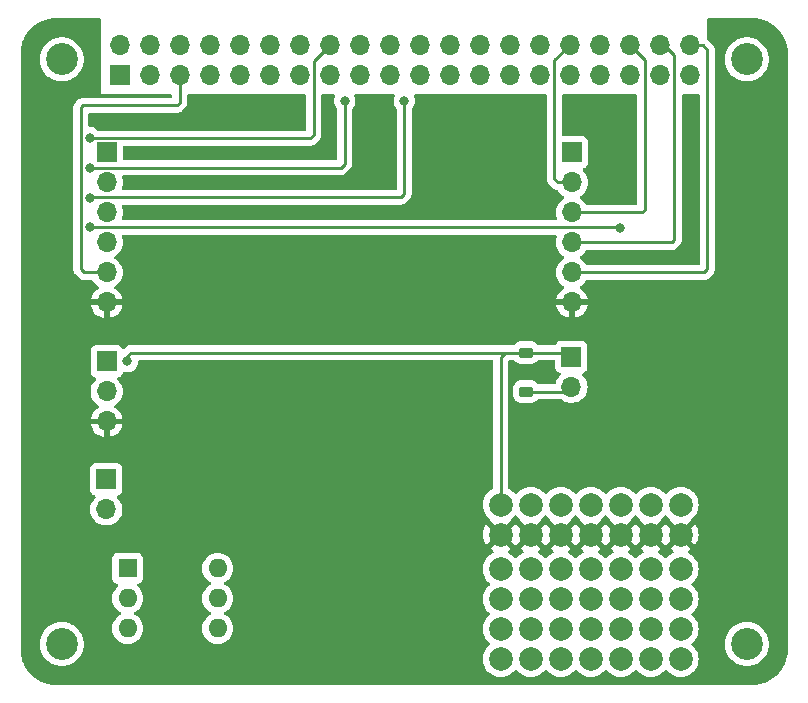
<source format=gbr>
G04 #@! TF.GenerationSoftware,KiCad,Pcbnew,8.0.1*
G04 #@! TF.CreationDate,2025-07-27T10:09:23+02:00*
G04 #@! TF.ProjectId,SVXLink_PiHat_v2,5356584c-696e-46b5-9f50-694861745f76,rev?*
G04 #@! TF.SameCoordinates,Original*
G04 #@! TF.FileFunction,Copper,L2,Bot*
G04 #@! TF.FilePolarity,Positive*
%FSLAX46Y46*%
G04 Gerber Fmt 4.6, Leading zero omitted, Abs format (unit mm)*
G04 Created by KiCad (PCBNEW 8.0.1) date 2025-07-27 10:09:23*
%MOMM*%
%LPD*%
G01*
G04 APERTURE LIST*
G04 Aperture macros list*
%AMRoundRect*
0 Rectangle with rounded corners*
0 $1 Rounding radius*
0 $2 $3 $4 $5 $6 $7 $8 $9 X,Y pos of 4 corners*
0 Add a 4 corners polygon primitive as box body*
4,1,4,$2,$3,$4,$5,$6,$7,$8,$9,$2,$3,0*
0 Add four circle primitives for the rounded corners*
1,1,$1+$1,$2,$3*
1,1,$1+$1,$4,$5*
1,1,$1+$1,$6,$7*
1,1,$1+$1,$8,$9*
0 Add four rect primitives between the rounded corners*
20,1,$1+$1,$2,$3,$4,$5,0*
20,1,$1+$1,$4,$5,$6,$7,0*
20,1,$1+$1,$6,$7,$8,$9,0*
20,1,$1+$1,$8,$9,$2,$3,0*%
G04 Aperture macros list end*
G04 #@! TA.AperFunction,ComponentPad*
%ADD10R,1.700000X1.700000*%
G04 #@! TD*
G04 #@! TA.AperFunction,ComponentPad*
%ADD11O,1.700000X1.700000*%
G04 #@! TD*
G04 #@! TA.AperFunction,ComponentPad*
%ADD12C,2.000000*%
G04 #@! TD*
G04 #@! TA.AperFunction,ComponentPad*
%ADD13C,2.700000*%
G04 #@! TD*
G04 #@! TA.AperFunction,ComponentPad*
%ADD14R,1.600000X1.600000*%
G04 #@! TD*
G04 #@! TA.AperFunction,ComponentPad*
%ADD15O,1.600000X1.600000*%
G04 #@! TD*
G04 #@! TA.AperFunction,SMDPad,CuDef*
%ADD16RoundRect,0.225000X-0.375000X0.225000X-0.375000X-0.225000X0.375000X-0.225000X0.375000X0.225000X0*%
G04 #@! TD*
G04 #@! TA.AperFunction,ViaPad*
%ADD17C,0.800000*%
G04 #@! TD*
G04 #@! TA.AperFunction,Conductor*
%ADD18C,0.250000*%
G04 #@! TD*
G04 APERTURE END LIST*
D10*
X85400000Y-60350000D03*
D11*
X85400000Y-57810000D03*
X87940000Y-60350000D03*
X87940000Y-57810000D03*
X90480000Y-60350000D03*
X90480000Y-57810000D03*
X93020000Y-60350000D03*
X93020000Y-57810000D03*
X95560000Y-60350000D03*
X95560000Y-57810000D03*
X98100000Y-60350000D03*
X98100000Y-57810000D03*
X100640000Y-60350000D03*
X100640000Y-57810000D03*
X103180000Y-60350000D03*
X103180000Y-57810000D03*
X105720000Y-60350000D03*
X105720000Y-57810000D03*
X108260000Y-60350000D03*
X108260000Y-57810000D03*
X110800000Y-60350000D03*
X110800000Y-57810000D03*
X113340000Y-60350000D03*
X113340000Y-57810000D03*
X115880000Y-60350000D03*
X115880000Y-57810000D03*
X118420000Y-60350000D03*
X118420000Y-57810000D03*
X120960000Y-60350000D03*
X120960000Y-57810000D03*
X123500000Y-60350000D03*
X123500000Y-57810000D03*
X126040000Y-60350000D03*
X126040000Y-57810000D03*
X128580000Y-60350000D03*
X128580000Y-57810000D03*
X131120000Y-60350000D03*
X131120000Y-57810000D03*
X133660000Y-60350000D03*
X133660000Y-57810000D03*
D12*
X122748400Y-107253600D03*
X122748400Y-109793600D03*
X132908400Y-104713600D03*
X127828400Y-96712600D03*
D13*
X80497700Y-59009300D03*
D12*
X130368400Y-104713600D03*
X117668400Y-107253600D03*
X130368400Y-96712600D03*
X125288400Y-99252600D03*
X125288400Y-102173600D03*
D14*
X86080000Y-102110000D03*
D15*
X86080000Y-104650000D03*
X86080000Y-107190000D03*
X93700000Y-107190000D03*
X93700000Y-104650000D03*
X93700000Y-102110000D03*
D12*
X122748400Y-102173600D03*
X117668400Y-102173600D03*
X125288400Y-104713600D03*
X127828400Y-102173600D03*
D10*
X123650000Y-84210000D03*
D11*
X123650000Y-86750000D03*
D12*
X127828400Y-99252600D03*
X117668400Y-109793600D03*
X122748400Y-99252600D03*
D13*
X80497700Y-108509300D03*
D12*
X117668400Y-99252600D03*
X130368400Y-109793600D03*
X127828400Y-109793600D03*
D13*
X138497700Y-108509300D03*
D12*
X125288400Y-107253600D03*
X120208400Y-109793600D03*
X122748400Y-96712600D03*
X125288400Y-96712600D03*
D10*
X84300000Y-66900000D03*
D11*
X84300000Y-69440000D03*
X84300000Y-71980000D03*
X84300000Y-74520000D03*
X84300000Y-77060000D03*
X84300000Y-79600000D03*
D12*
X132908400Y-102173600D03*
X132908400Y-107253600D03*
X120208400Y-102173600D03*
X127828400Y-107253600D03*
D13*
X138497700Y-59009300D03*
D12*
X127828400Y-104713600D03*
X125288400Y-109793600D03*
X132908400Y-96712600D03*
X130368400Y-107253600D03*
X120208400Y-96712600D03*
X117668400Y-104713600D03*
X130368400Y-102173600D03*
X120208400Y-104713600D03*
X120208400Y-107253600D03*
D10*
X84270000Y-94590000D03*
D11*
X84270000Y-97130000D03*
D10*
X123700000Y-66900000D03*
D11*
X123700000Y-69440000D03*
X123700000Y-71980000D03*
X123700000Y-74520000D03*
X123700000Y-77060000D03*
X123700000Y-79600000D03*
D12*
X122748400Y-104713600D03*
D10*
X84300000Y-84600000D03*
D11*
X84300000Y-87140000D03*
X84300000Y-89680000D03*
D12*
X117668400Y-96712600D03*
X130368400Y-99252600D03*
X120208400Y-99252600D03*
X132908400Y-99252600D03*
X132908400Y-109793600D03*
D16*
X119795400Y-83857500D03*
X119795400Y-87157500D03*
D17*
X110100000Y-71850000D03*
X127750000Y-73300000D03*
X82850000Y-73250000D03*
X91760000Y-62560000D03*
X84530000Y-64030000D03*
X80910000Y-98200000D03*
X133550000Y-75700000D03*
X103140000Y-65250000D03*
X106500000Y-68750000D03*
X126500000Y-63750000D03*
X86050000Y-84600000D03*
X104450000Y-62550000D03*
X82850000Y-68200000D03*
X109500000Y-62550000D03*
X82850000Y-70800000D03*
X82850000Y-65650000D03*
D18*
X82850000Y-73350000D02*
X82855000Y-73345000D01*
X127700000Y-73250000D02*
X82850000Y-73250000D01*
X127750000Y-73300000D02*
X127700000Y-73250000D01*
X129620000Y-71980000D02*
X129850000Y-71750000D01*
X123700000Y-71980000D02*
X129620000Y-71980000D01*
X129850000Y-71750000D02*
X129850000Y-59080000D01*
X129850000Y-59080000D02*
X128580000Y-57810000D01*
X135150000Y-58200000D02*
X134760000Y-57810000D01*
X123700000Y-77060000D02*
X134890000Y-77060000D01*
X134760000Y-57810000D02*
X133660000Y-57810000D01*
X135150000Y-76800000D02*
X135150000Y-58200000D01*
X134890000Y-77060000D02*
X135150000Y-76800000D01*
X117668400Y-84231600D02*
X118042500Y-83857500D01*
X86342500Y-83857500D02*
X86050000Y-84150000D01*
X119802900Y-83850000D02*
X123290000Y-83850000D01*
X119795400Y-83857500D02*
X119802900Y-83850000D01*
X118042500Y-83857500D02*
X119795400Y-83857500D01*
X123290000Y-83850000D02*
X123650000Y-84210000D01*
X117668400Y-96712600D02*
X117668400Y-84231600D01*
X119795400Y-83857500D02*
X86342500Y-83857500D01*
X86050000Y-84150000D02*
X86050000Y-84600000D01*
X104450000Y-67850000D02*
X104450000Y-62550000D01*
X82850000Y-68200000D02*
X104100000Y-68200000D01*
X104100000Y-68200000D02*
X104450000Y-67850000D01*
X109500000Y-62700000D02*
X109500000Y-70395000D01*
X109500000Y-70395000D02*
X109195000Y-70700000D01*
X109195000Y-70700000D02*
X82855000Y-70700000D01*
X82855000Y-70805000D02*
X82850000Y-70800000D01*
X132350000Y-58650000D02*
X131510000Y-57810000D01*
X132130000Y-74520000D02*
X132350000Y-74300000D01*
X123700000Y-74520000D02*
X132130000Y-74520000D01*
X131510000Y-57810000D02*
X131120000Y-57810000D01*
X132350000Y-74300000D02*
X132350000Y-58650000D01*
X82900000Y-65700000D02*
X82850000Y-65650000D01*
X82850000Y-65650000D02*
X82800000Y-65700000D01*
X101815000Y-65435000D02*
X101550000Y-65700000D01*
X101550000Y-65700000D02*
X82900000Y-65700000D01*
X103180000Y-57810000D02*
X101815000Y-59175000D01*
X101815000Y-59175000D02*
X101815000Y-65435000D01*
X123700000Y-69440000D02*
X122490000Y-69440000D01*
X122200000Y-59110000D02*
X123500000Y-57810000D01*
X122490000Y-69440000D02*
X122200000Y-69150000D01*
X122200000Y-69150000D02*
X122200000Y-59110000D01*
X119795400Y-87157500D02*
X123242500Y-87157500D01*
X123242500Y-87157500D02*
X123650000Y-86750000D01*
X84300000Y-77060000D02*
X82410000Y-77060000D01*
X82125000Y-63085000D02*
X82310000Y-62900000D01*
X82410000Y-77060000D02*
X82125000Y-76775000D01*
X90480000Y-62680000D02*
X90480000Y-60350000D01*
X82125000Y-76775000D02*
X82125000Y-63085000D01*
X82310000Y-62900000D02*
X90260000Y-62900000D01*
X90260000Y-62900000D02*
X90480000Y-62680000D01*
G04 #@! TA.AperFunction,Conductor*
G36*
X119742475Y-99445593D02*
G01*
X119808301Y-99559607D01*
X119901393Y-99652699D01*
X120015407Y-99718525D01*
X120078990Y-99735562D01*
X119338342Y-100476209D01*
X119385168Y-100512655D01*
X119385170Y-100512656D01*
X119542510Y-100597804D01*
X119592101Y-100647023D01*
X119607209Y-100715240D01*
X119583039Y-100780796D01*
X119530952Y-100821418D01*
X119521435Y-100825360D01*
X119318989Y-100949420D01*
X119318986Y-100949421D01*
X119138431Y-101103631D01*
X119055444Y-101200797D01*
X119032690Y-101227438D01*
X118974183Y-101265631D01*
X118904315Y-101266129D01*
X118845269Y-101228776D01*
X118844110Y-101227438D01*
X118821358Y-101200799D01*
X118738369Y-101103631D01*
X118584808Y-100972477D01*
X118557813Y-100949421D01*
X118557810Y-100949420D01*
X118355363Y-100825360D01*
X118345850Y-100821419D01*
X118291448Y-100777576D01*
X118269385Y-100711281D01*
X118286666Y-100643583D01*
X118334289Y-100597804D01*
X118491628Y-100512657D01*
X118491631Y-100512655D01*
X118538456Y-100476209D01*
X117797809Y-99735562D01*
X117861393Y-99718525D01*
X117975407Y-99652699D01*
X118068499Y-99559607D01*
X118134325Y-99445593D01*
X118151362Y-99382010D01*
X118891833Y-100122481D01*
X118925611Y-100118979D01*
X118951194Y-100118980D01*
X118984964Y-100122482D01*
X119725437Y-99382009D01*
X119742475Y-99445593D01*
G37*
G04 #@! TD.AperFunction*
G04 #@! TA.AperFunction,Conductor*
G36*
X122282475Y-99445593D02*
G01*
X122348301Y-99559607D01*
X122441393Y-99652699D01*
X122555407Y-99718525D01*
X122618990Y-99735562D01*
X121878342Y-100476209D01*
X121925168Y-100512655D01*
X121925170Y-100512656D01*
X122082510Y-100597804D01*
X122132101Y-100647023D01*
X122147209Y-100715240D01*
X122123039Y-100780796D01*
X122070952Y-100821418D01*
X122061435Y-100825360D01*
X121858989Y-100949420D01*
X121858986Y-100949421D01*
X121678431Y-101103631D01*
X121595444Y-101200797D01*
X121572690Y-101227438D01*
X121514183Y-101265631D01*
X121444315Y-101266129D01*
X121385269Y-101228776D01*
X121384110Y-101227438D01*
X121361358Y-101200799D01*
X121278369Y-101103631D01*
X121124808Y-100972477D01*
X121097813Y-100949421D01*
X121097810Y-100949420D01*
X120895363Y-100825360D01*
X120885850Y-100821419D01*
X120831448Y-100777576D01*
X120809385Y-100711281D01*
X120826666Y-100643583D01*
X120874289Y-100597804D01*
X121031628Y-100512657D01*
X121031631Y-100512655D01*
X121078456Y-100476209D01*
X120337809Y-99735562D01*
X120401393Y-99718525D01*
X120515407Y-99652699D01*
X120608499Y-99559607D01*
X120674325Y-99445593D01*
X120691362Y-99382010D01*
X121431833Y-100122481D01*
X121465611Y-100118979D01*
X121491194Y-100118980D01*
X121524964Y-100122482D01*
X122265437Y-99382009D01*
X122282475Y-99445593D01*
G37*
G04 #@! TD.AperFunction*
G04 #@! TA.AperFunction,Conductor*
G36*
X124822475Y-99445593D02*
G01*
X124888301Y-99559607D01*
X124981393Y-99652699D01*
X125095407Y-99718525D01*
X125158990Y-99735562D01*
X124418342Y-100476209D01*
X124465168Y-100512655D01*
X124465170Y-100512656D01*
X124622510Y-100597804D01*
X124672101Y-100647023D01*
X124687209Y-100715240D01*
X124663039Y-100780796D01*
X124610952Y-100821418D01*
X124601435Y-100825360D01*
X124398989Y-100949420D01*
X124398986Y-100949421D01*
X124218431Y-101103631D01*
X124135444Y-101200797D01*
X124112690Y-101227438D01*
X124054183Y-101265631D01*
X123984315Y-101266129D01*
X123925269Y-101228776D01*
X123924110Y-101227438D01*
X123901358Y-101200799D01*
X123818369Y-101103631D01*
X123664808Y-100972477D01*
X123637813Y-100949421D01*
X123637810Y-100949420D01*
X123435363Y-100825360D01*
X123425850Y-100821419D01*
X123371448Y-100777576D01*
X123349385Y-100711281D01*
X123366666Y-100643583D01*
X123414289Y-100597804D01*
X123571628Y-100512657D01*
X123571631Y-100512655D01*
X123618456Y-100476209D01*
X122877809Y-99735562D01*
X122941393Y-99718525D01*
X123055407Y-99652699D01*
X123148499Y-99559607D01*
X123214325Y-99445593D01*
X123231362Y-99382010D01*
X123971833Y-100122481D01*
X124005611Y-100118979D01*
X124031194Y-100118980D01*
X124064964Y-100122482D01*
X124805437Y-99382009D01*
X124822475Y-99445593D01*
G37*
G04 #@! TD.AperFunction*
G04 #@! TA.AperFunction,Conductor*
G36*
X127362475Y-99445593D02*
G01*
X127428301Y-99559607D01*
X127521393Y-99652699D01*
X127635407Y-99718525D01*
X127698990Y-99735562D01*
X126958342Y-100476209D01*
X127005168Y-100512655D01*
X127005170Y-100512656D01*
X127162510Y-100597804D01*
X127212101Y-100647023D01*
X127227209Y-100715240D01*
X127203039Y-100780796D01*
X127150952Y-100821418D01*
X127141435Y-100825360D01*
X126938989Y-100949420D01*
X126938986Y-100949421D01*
X126758431Y-101103631D01*
X126675444Y-101200797D01*
X126652690Y-101227438D01*
X126594183Y-101265631D01*
X126524315Y-101266129D01*
X126465269Y-101228776D01*
X126464110Y-101227438D01*
X126441358Y-101200799D01*
X126358369Y-101103631D01*
X126204808Y-100972477D01*
X126177813Y-100949421D01*
X126177810Y-100949420D01*
X125975363Y-100825360D01*
X125965850Y-100821419D01*
X125911448Y-100777576D01*
X125889385Y-100711281D01*
X125906666Y-100643583D01*
X125954289Y-100597804D01*
X126111628Y-100512657D01*
X126111631Y-100512655D01*
X126158456Y-100476209D01*
X125417809Y-99735562D01*
X125481393Y-99718525D01*
X125595407Y-99652699D01*
X125688499Y-99559607D01*
X125754325Y-99445593D01*
X125771362Y-99382010D01*
X126511833Y-100122481D01*
X126545611Y-100118979D01*
X126571194Y-100118980D01*
X126604964Y-100122482D01*
X127345437Y-99382009D01*
X127362475Y-99445593D01*
G37*
G04 #@! TD.AperFunction*
G04 #@! TA.AperFunction,Conductor*
G36*
X129902475Y-99445593D02*
G01*
X129968301Y-99559607D01*
X130061393Y-99652699D01*
X130175407Y-99718525D01*
X130238990Y-99735562D01*
X129498342Y-100476209D01*
X129545168Y-100512655D01*
X129545170Y-100512656D01*
X129702510Y-100597804D01*
X129752101Y-100647023D01*
X129767209Y-100715240D01*
X129743039Y-100780796D01*
X129690952Y-100821418D01*
X129681435Y-100825360D01*
X129478989Y-100949420D01*
X129478986Y-100949421D01*
X129298431Y-101103631D01*
X129215444Y-101200797D01*
X129192690Y-101227438D01*
X129134183Y-101265631D01*
X129064315Y-101266129D01*
X129005269Y-101228776D01*
X129004110Y-101227438D01*
X128981358Y-101200799D01*
X128898369Y-101103631D01*
X128744808Y-100972477D01*
X128717813Y-100949421D01*
X128717810Y-100949420D01*
X128515363Y-100825360D01*
X128505850Y-100821419D01*
X128451448Y-100777576D01*
X128429385Y-100711281D01*
X128446666Y-100643583D01*
X128494289Y-100597804D01*
X128651628Y-100512657D01*
X128651631Y-100512655D01*
X128698456Y-100476209D01*
X127957809Y-99735562D01*
X128021393Y-99718525D01*
X128135407Y-99652699D01*
X128228499Y-99559607D01*
X128294325Y-99445593D01*
X128311362Y-99382010D01*
X129051833Y-100122481D01*
X129085611Y-100118979D01*
X129111194Y-100118980D01*
X129144964Y-100122482D01*
X129885437Y-99382009D01*
X129902475Y-99445593D01*
G37*
G04 #@! TD.AperFunction*
G04 #@! TA.AperFunction,Conductor*
G36*
X132442475Y-99445593D02*
G01*
X132508301Y-99559607D01*
X132601393Y-99652699D01*
X132715407Y-99718525D01*
X132778990Y-99735562D01*
X132038342Y-100476209D01*
X132085168Y-100512655D01*
X132085170Y-100512656D01*
X132242510Y-100597804D01*
X132292101Y-100647023D01*
X132307209Y-100715240D01*
X132283039Y-100780796D01*
X132230952Y-100821418D01*
X132221435Y-100825360D01*
X132018989Y-100949420D01*
X132018986Y-100949421D01*
X131838431Y-101103631D01*
X131755444Y-101200797D01*
X131732690Y-101227438D01*
X131674183Y-101265631D01*
X131604315Y-101266129D01*
X131545269Y-101228776D01*
X131544110Y-101227438D01*
X131521358Y-101200799D01*
X131438369Y-101103631D01*
X131284808Y-100972477D01*
X131257813Y-100949421D01*
X131257810Y-100949420D01*
X131055363Y-100825360D01*
X131045850Y-100821419D01*
X130991448Y-100777576D01*
X130969385Y-100711281D01*
X130986666Y-100643583D01*
X131034289Y-100597804D01*
X131191628Y-100512657D01*
X131191631Y-100512655D01*
X131238456Y-100476209D01*
X130497809Y-99735562D01*
X130561393Y-99718525D01*
X130675407Y-99652699D01*
X130768499Y-99559607D01*
X130834325Y-99445593D01*
X130851362Y-99382010D01*
X131591833Y-100122481D01*
X131625611Y-100118979D01*
X131651194Y-100118980D01*
X131684964Y-100122482D01*
X132425437Y-99382009D01*
X132442475Y-99445593D01*
G37*
G04 #@! TD.AperFunction*
G04 #@! TA.AperFunction,Conductor*
G36*
X119031531Y-97657423D02*
G01*
X119032600Y-97658657D01*
X119138431Y-97782569D01*
X119138434Y-97782572D01*
X119295738Y-97916922D01*
X119333932Y-97975428D01*
X119338969Y-98018897D01*
X119338342Y-98028990D01*
X120078990Y-98769637D01*
X120015407Y-98786675D01*
X119901393Y-98852501D01*
X119808301Y-98945593D01*
X119742475Y-99059607D01*
X119725437Y-99123190D01*
X118984962Y-98382715D01*
X118951194Y-98386218D01*
X118925611Y-98386218D01*
X118891835Y-98382715D01*
X118151362Y-99123189D01*
X118134325Y-99059607D01*
X118068499Y-98945593D01*
X117975407Y-98852501D01*
X117861393Y-98786675D01*
X117797810Y-98769637D01*
X118538456Y-98028990D01*
X118537830Y-98018898D01*
X118553322Y-97950768D01*
X118581058Y-97916925D01*
X118738369Y-97782569D01*
X118844111Y-97658760D01*
X118902616Y-97620568D01*
X118972484Y-97620069D01*
X119031531Y-97657423D01*
G37*
G04 #@! TD.AperFunction*
G04 #@! TA.AperFunction,Conductor*
G36*
X121571531Y-97657423D02*
G01*
X121572600Y-97658657D01*
X121678431Y-97782569D01*
X121678434Y-97782572D01*
X121835738Y-97916922D01*
X121873932Y-97975428D01*
X121878969Y-98018897D01*
X121878342Y-98028990D01*
X122618990Y-98769637D01*
X122555407Y-98786675D01*
X122441393Y-98852501D01*
X122348301Y-98945593D01*
X122282475Y-99059607D01*
X122265437Y-99123190D01*
X121524962Y-98382715D01*
X121491194Y-98386218D01*
X121465611Y-98386218D01*
X121431835Y-98382715D01*
X120691362Y-99123189D01*
X120674325Y-99059607D01*
X120608499Y-98945593D01*
X120515407Y-98852501D01*
X120401393Y-98786675D01*
X120337810Y-98769637D01*
X121078456Y-98028990D01*
X121077830Y-98018898D01*
X121093322Y-97950768D01*
X121121058Y-97916925D01*
X121278369Y-97782569D01*
X121384111Y-97658760D01*
X121442616Y-97620568D01*
X121512484Y-97620069D01*
X121571531Y-97657423D01*
G37*
G04 #@! TD.AperFunction*
G04 #@! TA.AperFunction,Conductor*
G36*
X124111531Y-97657423D02*
G01*
X124112600Y-97658657D01*
X124218431Y-97782569D01*
X124218434Y-97782572D01*
X124375738Y-97916922D01*
X124413932Y-97975428D01*
X124418969Y-98018897D01*
X124418342Y-98028990D01*
X125158990Y-98769637D01*
X125095407Y-98786675D01*
X124981393Y-98852501D01*
X124888301Y-98945593D01*
X124822475Y-99059607D01*
X124805437Y-99123190D01*
X124064962Y-98382715D01*
X124031194Y-98386218D01*
X124005611Y-98386218D01*
X123971835Y-98382715D01*
X123231362Y-99123189D01*
X123214325Y-99059607D01*
X123148499Y-98945593D01*
X123055407Y-98852501D01*
X122941393Y-98786675D01*
X122877810Y-98769637D01*
X123618456Y-98028990D01*
X123617830Y-98018898D01*
X123633322Y-97950768D01*
X123661058Y-97916925D01*
X123818369Y-97782569D01*
X123924111Y-97658760D01*
X123982616Y-97620568D01*
X124052484Y-97620069D01*
X124111531Y-97657423D01*
G37*
G04 #@! TD.AperFunction*
G04 #@! TA.AperFunction,Conductor*
G36*
X126651531Y-97657423D02*
G01*
X126652600Y-97658657D01*
X126758431Y-97782569D01*
X126758434Y-97782572D01*
X126915738Y-97916922D01*
X126953932Y-97975428D01*
X126958969Y-98018897D01*
X126958342Y-98028990D01*
X127698990Y-98769637D01*
X127635407Y-98786675D01*
X127521393Y-98852501D01*
X127428301Y-98945593D01*
X127362475Y-99059607D01*
X127345437Y-99123190D01*
X126604962Y-98382715D01*
X126571194Y-98386218D01*
X126545611Y-98386218D01*
X126511835Y-98382715D01*
X125771362Y-99123189D01*
X125754325Y-99059607D01*
X125688499Y-98945593D01*
X125595407Y-98852501D01*
X125481393Y-98786675D01*
X125417810Y-98769637D01*
X126158456Y-98028990D01*
X126157830Y-98018898D01*
X126173322Y-97950768D01*
X126201058Y-97916925D01*
X126358369Y-97782569D01*
X126464111Y-97658760D01*
X126522616Y-97620568D01*
X126592484Y-97620069D01*
X126651531Y-97657423D01*
G37*
G04 #@! TD.AperFunction*
G04 #@! TA.AperFunction,Conductor*
G36*
X129191531Y-97657423D02*
G01*
X129192600Y-97658657D01*
X129298431Y-97782569D01*
X129298434Y-97782572D01*
X129455738Y-97916922D01*
X129493932Y-97975428D01*
X129498969Y-98018897D01*
X129498342Y-98028990D01*
X130238990Y-98769637D01*
X130175407Y-98786675D01*
X130061393Y-98852501D01*
X129968301Y-98945593D01*
X129902475Y-99059607D01*
X129885437Y-99123190D01*
X129144962Y-98382715D01*
X129111194Y-98386218D01*
X129085611Y-98386218D01*
X129051835Y-98382715D01*
X128311362Y-99123189D01*
X128294325Y-99059607D01*
X128228499Y-98945593D01*
X128135407Y-98852501D01*
X128021393Y-98786675D01*
X127957810Y-98769637D01*
X128698456Y-98028990D01*
X128697830Y-98018898D01*
X128713322Y-97950768D01*
X128741058Y-97916925D01*
X128898369Y-97782569D01*
X129004111Y-97658760D01*
X129062616Y-97620568D01*
X129132484Y-97620069D01*
X129191531Y-97657423D01*
G37*
G04 #@! TD.AperFunction*
G04 #@! TA.AperFunction,Conductor*
G36*
X131731531Y-97657423D02*
G01*
X131732600Y-97658657D01*
X131838431Y-97782569D01*
X131838434Y-97782572D01*
X131995738Y-97916922D01*
X132033932Y-97975428D01*
X132038969Y-98018897D01*
X132038342Y-98028990D01*
X132778990Y-98769637D01*
X132715407Y-98786675D01*
X132601393Y-98852501D01*
X132508301Y-98945593D01*
X132442475Y-99059607D01*
X132425437Y-99123190D01*
X131684962Y-98382715D01*
X131651194Y-98386218D01*
X131625611Y-98386218D01*
X131591835Y-98382715D01*
X130851362Y-99123189D01*
X130834325Y-99059607D01*
X130768499Y-98945593D01*
X130675407Y-98852501D01*
X130561393Y-98786675D01*
X130497810Y-98769637D01*
X131238456Y-98028990D01*
X131237830Y-98018898D01*
X131253322Y-97950768D01*
X131281058Y-97916925D01*
X131438369Y-97782569D01*
X131544111Y-97658760D01*
X131602616Y-97620568D01*
X131672484Y-97620069D01*
X131731531Y-97657423D01*
G37*
G04 #@! TD.AperFunction*
G04 #@! TA.AperFunction,Conductor*
G36*
X89789539Y-61995685D02*
G01*
X89835294Y-62048489D01*
X89846500Y-62100000D01*
X89846500Y-62142500D01*
X89826815Y-62209539D01*
X89774011Y-62255294D01*
X89722500Y-62266500D01*
X82247601Y-62266500D01*
X82125221Y-62290843D01*
X82125210Y-62290846D01*
X82112372Y-62296165D01*
X82112367Y-62296167D01*
X82009931Y-62338595D01*
X82009919Y-62338602D01*
X81906168Y-62407926D01*
X81813668Y-62500426D01*
X81721167Y-62592929D01*
X81696490Y-62617606D01*
X81632927Y-62681168D01*
X81563603Y-62784918D01*
X81563598Y-62784927D01*
X81515845Y-62900214D01*
X81515843Y-62900222D01*
X81491500Y-63022601D01*
X81491500Y-76837398D01*
X81515843Y-76959777D01*
X81515845Y-76959785D01*
X81563598Y-77075072D01*
X81563603Y-77075081D01*
X81632928Y-77178832D01*
X81632931Y-77178836D01*
X82006163Y-77552068D01*
X82006167Y-77552071D01*
X82109918Y-77621396D01*
X82109924Y-77621399D01*
X82109925Y-77621400D01*
X82225215Y-77669155D01*
X82347601Y-77693499D01*
X82347605Y-77693500D01*
X82347606Y-77693500D01*
X82472394Y-77693500D01*
X83024044Y-77693500D01*
X83091083Y-77713185D01*
X83127852Y-77749678D01*
X83224276Y-77897265D01*
X83224284Y-77897276D01*
X83376756Y-78062902D01*
X83376760Y-78062906D01*
X83554424Y-78201189D01*
X83597693Y-78224605D01*
X83597695Y-78224606D01*
X83647286Y-78273825D01*
X83662394Y-78342042D01*
X83638224Y-78407597D01*
X83609802Y-78435236D01*
X83428922Y-78561890D01*
X83428920Y-78561891D01*
X83261891Y-78728920D01*
X83261886Y-78728926D01*
X83126400Y-78922420D01*
X83126399Y-78922422D01*
X83026570Y-79136507D01*
X83026567Y-79136513D01*
X82969364Y-79349999D01*
X82969364Y-79350000D01*
X83866988Y-79350000D01*
X83834075Y-79407007D01*
X83800000Y-79534174D01*
X83800000Y-79665826D01*
X83834075Y-79792993D01*
X83866988Y-79850000D01*
X82969364Y-79850000D01*
X83026567Y-80063486D01*
X83026570Y-80063492D01*
X83126399Y-80277578D01*
X83261894Y-80471082D01*
X83428917Y-80638105D01*
X83622421Y-80773600D01*
X83836507Y-80873429D01*
X83836516Y-80873433D01*
X84050000Y-80930634D01*
X84050000Y-80033012D01*
X84107007Y-80065925D01*
X84234174Y-80100000D01*
X84365826Y-80100000D01*
X84492993Y-80065925D01*
X84550000Y-80033012D01*
X84550000Y-80930633D01*
X84763483Y-80873433D01*
X84763492Y-80873429D01*
X84977578Y-80773600D01*
X85171082Y-80638105D01*
X85338105Y-80471082D01*
X85473600Y-80277578D01*
X85573429Y-80063492D01*
X85573432Y-80063486D01*
X85630636Y-79850000D01*
X84733012Y-79850000D01*
X84765925Y-79792993D01*
X84800000Y-79665826D01*
X84800000Y-79534174D01*
X84765925Y-79407007D01*
X84733012Y-79350000D01*
X85630636Y-79350000D01*
X85630635Y-79349999D01*
X85573432Y-79136513D01*
X85573429Y-79136507D01*
X85473600Y-78922422D01*
X85473599Y-78922420D01*
X85338113Y-78728926D01*
X85338108Y-78728920D01*
X85171082Y-78561894D01*
X84990197Y-78435236D01*
X84946572Y-78380659D01*
X84939380Y-78311160D01*
X84970902Y-78248806D01*
X85002300Y-78224608D01*
X85045576Y-78201189D01*
X85223240Y-78062906D01*
X85375722Y-77897268D01*
X85498860Y-77708791D01*
X85589296Y-77502616D01*
X85644564Y-77284368D01*
X85644565Y-77284359D01*
X85663156Y-77060005D01*
X85663156Y-77059994D01*
X85644565Y-76835640D01*
X85644563Y-76835628D01*
X85641876Y-76825018D01*
X85589296Y-76617384D01*
X85498860Y-76411209D01*
X85495989Y-76406815D01*
X85375723Y-76222734D01*
X85375715Y-76222723D01*
X85223243Y-76057097D01*
X85223238Y-76057092D01*
X85045577Y-75918812D01*
X85045578Y-75918812D01*
X85045576Y-75918811D01*
X85009070Y-75899055D01*
X84959479Y-75849836D01*
X84944371Y-75781619D01*
X84968541Y-75716064D01*
X85009070Y-75680945D01*
X85009084Y-75680936D01*
X85045576Y-75661189D01*
X85223240Y-75522906D01*
X85375722Y-75357268D01*
X85498860Y-75168791D01*
X85589296Y-74962616D01*
X85644564Y-74744368D01*
X85647923Y-74703832D01*
X85663156Y-74520005D01*
X85663156Y-74519994D01*
X85644565Y-74295640D01*
X85644563Y-74295628D01*
X85609837Y-74158500D01*
X85589296Y-74077384D01*
X85580490Y-74057308D01*
X85571589Y-73988008D01*
X85601567Y-73924896D01*
X85660907Y-73888011D01*
X85694047Y-73883500D01*
X122305953Y-73883500D01*
X122372992Y-73903185D01*
X122418747Y-73955989D01*
X122428691Y-74025147D01*
X122419510Y-74057308D01*
X122410703Y-74077386D01*
X122355436Y-74295628D01*
X122355434Y-74295640D01*
X122336844Y-74519994D01*
X122336844Y-74520005D01*
X122355434Y-74744359D01*
X122355436Y-74744371D01*
X122410703Y-74962614D01*
X122501140Y-75168792D01*
X122624276Y-75357265D01*
X122624284Y-75357276D01*
X122776756Y-75522902D01*
X122776760Y-75522906D01*
X122954424Y-75661189D01*
X122954429Y-75661191D01*
X122954431Y-75661193D01*
X122990930Y-75680946D01*
X123040520Y-75730165D01*
X123055628Y-75798382D01*
X123031457Y-75863937D01*
X122990930Y-75899054D01*
X122954431Y-75918806D01*
X122954422Y-75918812D01*
X122776761Y-76057092D01*
X122776756Y-76057097D01*
X122624284Y-76222723D01*
X122624276Y-76222734D01*
X122501140Y-76411207D01*
X122410703Y-76617385D01*
X122355436Y-76835628D01*
X122355434Y-76835640D01*
X122336844Y-77059994D01*
X122336844Y-77060005D01*
X122355434Y-77284359D01*
X122355436Y-77284371D01*
X122410703Y-77502614D01*
X122501140Y-77708792D01*
X122624276Y-77897265D01*
X122624284Y-77897276D01*
X122776756Y-78062902D01*
X122776760Y-78062906D01*
X122954424Y-78201189D01*
X122997693Y-78224605D01*
X122997695Y-78224606D01*
X123047286Y-78273825D01*
X123062394Y-78342042D01*
X123038224Y-78407597D01*
X123009802Y-78435236D01*
X122828922Y-78561890D01*
X122828920Y-78561891D01*
X122661891Y-78728920D01*
X122661886Y-78728926D01*
X122526400Y-78922420D01*
X122526399Y-78922422D01*
X122426570Y-79136507D01*
X122426567Y-79136513D01*
X122369364Y-79349999D01*
X122369364Y-79350000D01*
X123266988Y-79350000D01*
X123234075Y-79407007D01*
X123200000Y-79534174D01*
X123200000Y-79665826D01*
X123234075Y-79792993D01*
X123266988Y-79850000D01*
X122369364Y-79850000D01*
X122426567Y-80063486D01*
X122426570Y-80063492D01*
X122526399Y-80277578D01*
X122661894Y-80471082D01*
X122828917Y-80638105D01*
X123022421Y-80773600D01*
X123236507Y-80873429D01*
X123236516Y-80873433D01*
X123450000Y-80930634D01*
X123450000Y-80033012D01*
X123507007Y-80065925D01*
X123634174Y-80100000D01*
X123765826Y-80100000D01*
X123892993Y-80065925D01*
X123950000Y-80033012D01*
X123950000Y-80930633D01*
X124163483Y-80873433D01*
X124163492Y-80873429D01*
X124377578Y-80773600D01*
X124571082Y-80638105D01*
X124738105Y-80471082D01*
X124873600Y-80277578D01*
X124973429Y-80063492D01*
X124973432Y-80063486D01*
X125030636Y-79850000D01*
X124133012Y-79850000D01*
X124165925Y-79792993D01*
X124200000Y-79665826D01*
X124200000Y-79534174D01*
X124165925Y-79407007D01*
X124133012Y-79350000D01*
X125030636Y-79350000D01*
X125030635Y-79349999D01*
X124973432Y-79136513D01*
X124973429Y-79136507D01*
X124873600Y-78922422D01*
X124873599Y-78922420D01*
X124738113Y-78728926D01*
X124738108Y-78728920D01*
X124571082Y-78561894D01*
X124390197Y-78435236D01*
X124346572Y-78380659D01*
X124339380Y-78311160D01*
X124370902Y-78248806D01*
X124402300Y-78224608D01*
X124445576Y-78201189D01*
X124623240Y-78062906D01*
X124775722Y-77897268D01*
X124829123Y-77815531D01*
X124872148Y-77749678D01*
X124925294Y-77704321D01*
X124975956Y-77693500D01*
X134952395Y-77693500D01*
X134952396Y-77693499D01*
X135074785Y-77669155D01*
X135190075Y-77621400D01*
X135293833Y-77552071D01*
X135642072Y-77203833D01*
X135711401Y-77100075D01*
X135759155Y-76984784D01*
X135763952Y-76960671D01*
X135783500Y-76862394D01*
X135783500Y-61976000D01*
X141974500Y-61976000D01*
X141974500Y-108996753D01*
X141974330Y-109003243D01*
X141958544Y-109304433D01*
X141957187Y-109317340D01*
X141910517Y-109612010D01*
X141907819Y-109624706D01*
X141830600Y-109912892D01*
X141826589Y-109925237D01*
X141719670Y-110203770D01*
X141714391Y-110215627D01*
X141578941Y-110481464D01*
X141572455Y-110492697D01*
X141497422Y-110608238D01*
X141409962Y-110742914D01*
X141402333Y-110753414D01*
X141214570Y-110985282D01*
X141205885Y-110994927D01*
X140994927Y-111205885D01*
X140985282Y-111214570D01*
X140753414Y-111402333D01*
X140742914Y-111409962D01*
X140492697Y-111572455D01*
X140481464Y-111578941D01*
X140215627Y-111714391D01*
X140203770Y-111719670D01*
X139925237Y-111826589D01*
X139912892Y-111830600D01*
X139624706Y-111907819D01*
X139612010Y-111910517D01*
X139317340Y-111957187D01*
X139304433Y-111958544D01*
X139003244Y-111974330D01*
X138996754Y-111974500D01*
X80003246Y-111974500D01*
X79996756Y-111974330D01*
X79695566Y-111958544D01*
X79682659Y-111957187D01*
X79387989Y-111910517D01*
X79375293Y-111907819D01*
X79087107Y-111830600D01*
X79074762Y-111826589D01*
X78796229Y-111719670D01*
X78784372Y-111714391D01*
X78755029Y-111699440D01*
X78518529Y-111578937D01*
X78507310Y-111572460D01*
X78257079Y-111409958D01*
X78246585Y-111402333D01*
X78014717Y-111214570D01*
X78005072Y-111205885D01*
X77794114Y-110994927D01*
X77785429Y-110985282D01*
X77597666Y-110753414D01*
X77590044Y-110742923D01*
X77427535Y-110492683D01*
X77421065Y-110481477D01*
X77285603Y-110215617D01*
X77280334Y-110203781D01*
X77173407Y-109925228D01*
X77169402Y-109912901D01*
X77092176Y-109624690D01*
X77089484Y-109612022D01*
X77045300Y-109333051D01*
X77042812Y-109317340D01*
X77041455Y-109304433D01*
X77025670Y-109003243D01*
X77025500Y-108996753D01*
X77025500Y-108509301D01*
X78634453Y-108509301D01*
X78638884Y-108571253D01*
X78639200Y-108580099D01*
X78639200Y-108631115D01*
X78647398Y-108693392D01*
X78648143Y-108700728D01*
X78653418Y-108774469D01*
X78653419Y-108774479D01*
X78664107Y-108823610D01*
X78665880Y-108833778D01*
X78670998Y-108872649D01*
X78671001Y-108872661D01*
X78690319Y-108944760D01*
X78691710Y-108950493D01*
X78709928Y-109034238D01*
X78723371Y-109070281D01*
X78726963Y-109081516D01*
X78734055Y-109107980D01*
X78767126Y-109187821D01*
X78768746Y-109191940D01*
X78802825Y-109283309D01*
X78802827Y-109283313D01*
X78802829Y-109283316D01*
X78802831Y-109283321D01*
X78815607Y-109306718D01*
X78821330Y-109318680D01*
X78824751Y-109326940D01*
X78827285Y-109333057D01*
X78827286Y-109333058D01*
X78876410Y-109418145D01*
X78877854Y-109420716D01*
X78930237Y-109516647D01*
X78930240Y-109516651D01*
X78939120Y-109528515D01*
X78947229Y-109540806D01*
X78949100Y-109544046D01*
X78949100Y-109544047D01*
X79016108Y-109631374D01*
X79016998Y-109632549D01*
X79089543Y-109729456D01*
X79089561Y-109729477D01*
X79094666Y-109734582D01*
X79094680Y-109734597D01*
X79272761Y-109912679D01*
X79272800Y-109912715D01*
X79277530Y-109917445D01*
X79277532Y-109917447D01*
X79277540Y-109917454D01*
X79374449Y-109989999D01*
X79375546Y-109990830D01*
X79462957Y-110057902D01*
X79462965Y-110057906D01*
X79462967Y-110057908D01*
X79466178Y-110059762D01*
X79478489Y-110067882D01*
X79485082Y-110072817D01*
X79490353Y-110076763D01*
X79490357Y-110076765D01*
X79490363Y-110076769D01*
X79586281Y-110129144D01*
X79588828Y-110130573D01*
X79673943Y-110179715D01*
X79673954Y-110179719D01*
X79673955Y-110179720D01*
X79688304Y-110185663D01*
X79700283Y-110191393D01*
X79723679Y-110204169D01*
X79815039Y-110238244D01*
X79819158Y-110239865D01*
X79899024Y-110272947D01*
X79920720Y-110278759D01*
X79925477Y-110280033D01*
X79936707Y-110283623D01*
X79972763Y-110297072D01*
X79972768Y-110297073D01*
X80056493Y-110315286D01*
X80062229Y-110316677D01*
X80095165Y-110325501D01*
X80134347Y-110336001D01*
X80173212Y-110341117D01*
X80183371Y-110342887D01*
X80232532Y-110353582D01*
X80306278Y-110358855D01*
X80313578Y-110359596D01*
X80375887Y-110367800D01*
X80426900Y-110367800D01*
X80435746Y-110368116D01*
X80497699Y-110372547D01*
X80497700Y-110372547D01*
X80497701Y-110372547D01*
X80559654Y-110368116D01*
X80568500Y-110367800D01*
X80619511Y-110367800D01*
X80619513Y-110367800D01*
X80681824Y-110359596D01*
X80689120Y-110358855D01*
X80762868Y-110353582D01*
X80812023Y-110342888D01*
X80822191Y-110341117D01*
X80861053Y-110336001D01*
X80933166Y-110316677D01*
X80938847Y-110315298D01*
X81022637Y-110297072D01*
X81058706Y-110283618D01*
X81069906Y-110280038D01*
X81096377Y-110272946D01*
X81176262Y-110239855D01*
X81180360Y-110238244D01*
X81271721Y-110204169D01*
X81295114Y-110191394D01*
X81307079Y-110185669D01*
X81321457Y-110179715D01*
X81406564Y-110130577D01*
X81409096Y-110129155D01*
X81505047Y-110076763D01*
X81516905Y-110067886D01*
X81529220Y-110059762D01*
X81532443Y-110057902D01*
X81581123Y-110020547D01*
X81619853Y-109990830D01*
X81620949Y-109989999D01*
X81717867Y-109917448D01*
X81721371Y-109913943D01*
X81721394Y-109913923D01*
X81902324Y-109732994D01*
X81902344Y-109732969D01*
X81905848Y-109729467D01*
X81978410Y-109632534D01*
X81979230Y-109631453D01*
X82046297Y-109544049D01*
X82046302Y-109544043D01*
X82048162Y-109540820D01*
X82056286Y-109528505D01*
X82065158Y-109516654D01*
X82065159Y-109516652D01*
X82065160Y-109516651D01*
X82065163Y-109516647D01*
X82117555Y-109420696D01*
X82118979Y-109418162D01*
X82118989Y-109418145D01*
X82168115Y-109333057D01*
X82174069Y-109318679D01*
X82179800Y-109306703D01*
X82192569Y-109283321D01*
X82226652Y-109191940D01*
X82228265Y-109187839D01*
X82261346Y-109107977D01*
X82268438Y-109081506D01*
X82272018Y-109070306D01*
X82285472Y-109034237D01*
X82303698Y-108950447D01*
X82305082Y-108944747D01*
X82315951Y-108904189D01*
X82324401Y-108872653D01*
X82329519Y-108833778D01*
X82331290Y-108823615D01*
X82331291Y-108823610D01*
X82341982Y-108774468D01*
X82347255Y-108700720D01*
X82347996Y-108693424D01*
X82356200Y-108631113D01*
X82356200Y-108580099D01*
X82356516Y-108571253D01*
X82360947Y-108509301D01*
X82360947Y-108509298D01*
X82356516Y-108447345D01*
X82356200Y-108438499D01*
X82356200Y-108387487D01*
X82348305Y-108327524D01*
X82347996Y-108325178D01*
X82347255Y-108317870D01*
X82341982Y-108244132D01*
X82331287Y-108194971D01*
X82329517Y-108184809D01*
X82324401Y-108145949D01*
X82324401Y-108145947D01*
X82315853Y-108114049D01*
X82305077Y-108073829D01*
X82303686Y-108068093D01*
X82285473Y-107984368D01*
X82285472Y-107984363D01*
X82272023Y-107948307D01*
X82268433Y-107937074D01*
X82261347Y-107910624D01*
X82228265Y-107830758D01*
X82226644Y-107826639D01*
X82192569Y-107735279D01*
X82179793Y-107711883D01*
X82174063Y-107699904D01*
X82168120Y-107685555D01*
X82168118Y-107685551D01*
X82168115Y-107685543D01*
X82118973Y-107600428D01*
X82117544Y-107597881D01*
X82065169Y-107501963D01*
X82065162Y-107501952D01*
X82056282Y-107490089D01*
X82048162Y-107477778D01*
X82046308Y-107474567D01*
X82046306Y-107474565D01*
X82046302Y-107474557D01*
X81979266Y-107387194D01*
X81978399Y-107386049D01*
X81905854Y-107289140D01*
X81905847Y-107289132D01*
X81905845Y-107289130D01*
X81901115Y-107284400D01*
X81901079Y-107284361D01*
X81806718Y-107190001D01*
X84766502Y-107190001D01*
X84786456Y-107418081D01*
X84786457Y-107418089D01*
X84845714Y-107639238D01*
X84845718Y-107639249D01*
X84933109Y-107826660D01*
X84942477Y-107846749D01*
X85073802Y-108034300D01*
X85235700Y-108196198D01*
X85423251Y-108327523D01*
X85548091Y-108385736D01*
X85630750Y-108424281D01*
X85630752Y-108424281D01*
X85630757Y-108424284D01*
X85851913Y-108483543D01*
X86014832Y-108497796D01*
X86079998Y-108503498D01*
X86080000Y-108503498D01*
X86080002Y-108503498D01*
X86137021Y-108498509D01*
X86308087Y-108483543D01*
X86529243Y-108424284D01*
X86736749Y-108327523D01*
X86924300Y-108196198D01*
X87086198Y-108034300D01*
X87217523Y-107846749D01*
X87314284Y-107639243D01*
X87373543Y-107418087D01*
X87393498Y-107190001D01*
X92386502Y-107190001D01*
X92406456Y-107418081D01*
X92406457Y-107418089D01*
X92465714Y-107639238D01*
X92465718Y-107639249D01*
X92553109Y-107826660D01*
X92562477Y-107846749D01*
X92693802Y-108034300D01*
X92855700Y-108196198D01*
X93043251Y-108327523D01*
X93168091Y-108385736D01*
X93250750Y-108424281D01*
X93250752Y-108424281D01*
X93250757Y-108424284D01*
X93471913Y-108483543D01*
X93634832Y-108497796D01*
X93699998Y-108503498D01*
X93700000Y-108503498D01*
X93700002Y-108503498D01*
X93757021Y-108498509D01*
X93928087Y-108483543D01*
X94149243Y-108424284D01*
X94356749Y-108327523D01*
X94544300Y-108196198D01*
X94706198Y-108034300D01*
X94837523Y-107846749D01*
X94934284Y-107639243D01*
X94993543Y-107418087D01*
X95013498Y-107190000D01*
X94993543Y-106961913D01*
X94934284Y-106740757D01*
X94933261Y-106738564D01*
X94837524Y-106533254D01*
X94837523Y-106533252D01*
X94837523Y-106533251D01*
X94706198Y-106345700D01*
X94544300Y-106183802D01*
X94356749Y-106052477D01*
X94313655Y-106032382D01*
X94261215Y-105986210D01*
X94242063Y-105919017D01*
X94262278Y-105852136D01*
X94313655Y-105807618D01*
X94316882Y-105806112D01*
X94356749Y-105787523D01*
X94544300Y-105656198D01*
X94706198Y-105494300D01*
X94837523Y-105306749D01*
X94934284Y-105099243D01*
X94993543Y-104878087D01*
X95013498Y-104650000D01*
X94993543Y-104421913D01*
X94934284Y-104200757D01*
X94837523Y-103993251D01*
X94706198Y-103805700D01*
X94544300Y-103643802D01*
X94356749Y-103512477D01*
X94313655Y-103492382D01*
X94261215Y-103446210D01*
X94242063Y-103379017D01*
X94262278Y-103312136D01*
X94313655Y-103267618D01*
X94316882Y-103266112D01*
X94356749Y-103247523D01*
X94544300Y-103116198D01*
X94706198Y-102954300D01*
X94837523Y-102766749D01*
X94934284Y-102559243D01*
X94993543Y-102338087D01*
X95013498Y-102110000D01*
X94993543Y-101881913D01*
X94934284Y-101660757D01*
X94837523Y-101453251D01*
X94706198Y-101265700D01*
X94544300Y-101103802D01*
X94356749Y-100972477D01*
X94356745Y-100972475D01*
X94149249Y-100875718D01*
X94149238Y-100875714D01*
X93928089Y-100816457D01*
X93928081Y-100816456D01*
X93700002Y-100796502D01*
X93699998Y-100796502D01*
X93471918Y-100816456D01*
X93471910Y-100816457D01*
X93250761Y-100875714D01*
X93250750Y-100875718D01*
X93043254Y-100972475D01*
X93043252Y-100972476D01*
X93043251Y-100972477D01*
X92855700Y-101103802D01*
X92855698Y-101103803D01*
X92855695Y-101103806D01*
X92693806Y-101265695D01*
X92693803Y-101265698D01*
X92693802Y-101265700D01*
X92680858Y-101284186D01*
X92562476Y-101453252D01*
X92562475Y-101453254D01*
X92465718Y-101660750D01*
X92465714Y-101660761D01*
X92406457Y-101881910D01*
X92406456Y-101881918D01*
X92386502Y-102109998D01*
X92386502Y-102110001D01*
X92406456Y-102338081D01*
X92406457Y-102338089D01*
X92465714Y-102559238D01*
X92465718Y-102559249D01*
X92562475Y-102766745D01*
X92562477Y-102766749D01*
X92693802Y-102954300D01*
X92855700Y-103116198D01*
X93037603Y-103243568D01*
X93043251Y-103247523D01*
X93086345Y-103267618D01*
X93138784Y-103313791D01*
X93157936Y-103380984D01*
X93137720Y-103447865D01*
X93086345Y-103492382D01*
X93043251Y-103512476D01*
X92964640Y-103567521D01*
X92855700Y-103643802D01*
X92855698Y-103643803D01*
X92855695Y-103643806D01*
X92693806Y-103805695D01*
X92693803Y-103805698D01*
X92693802Y-103805700D01*
X92680858Y-103824186D01*
X92562476Y-103993252D01*
X92562475Y-103993254D01*
X92465718Y-104200750D01*
X92465714Y-104200761D01*
X92406457Y-104421910D01*
X92406456Y-104421918D01*
X92386502Y-104649998D01*
X92386502Y-104650001D01*
X92406456Y-104878081D01*
X92406457Y-104878089D01*
X92465714Y-105099238D01*
X92465718Y-105099249D01*
X92562475Y-105306745D01*
X92562477Y-105306749D01*
X92693802Y-105494300D01*
X92855700Y-105656198D01*
X93037603Y-105783568D01*
X93043251Y-105787523D01*
X93086345Y-105807618D01*
X93138784Y-105853791D01*
X93157936Y-105920984D01*
X93137720Y-105987865D01*
X93086345Y-106032382D01*
X93043251Y-106052476D01*
X92918126Y-106140090D01*
X92855700Y-106183802D01*
X92855698Y-106183803D01*
X92855695Y-106183806D01*
X92693806Y-106345695D01*
X92693803Y-106345698D01*
X92693802Y-106345700D01*
X92680858Y-106364186D01*
X92562476Y-106533252D01*
X92562475Y-106533254D01*
X92465718Y-106740750D01*
X92465714Y-106740761D01*
X92406457Y-106961910D01*
X92406456Y-106961918D01*
X92386502Y-107189998D01*
X92386502Y-107190001D01*
X87393498Y-107190001D01*
X87393498Y-107190000D01*
X87373543Y-106961913D01*
X87314284Y-106740757D01*
X87313261Y-106738564D01*
X87217524Y-106533254D01*
X87217523Y-106533252D01*
X87217523Y-106533251D01*
X87086198Y-106345700D01*
X86924300Y-106183802D01*
X86736749Y-106052477D01*
X86693655Y-106032382D01*
X86641215Y-105986210D01*
X86622063Y-105919017D01*
X86642278Y-105852136D01*
X86693655Y-105807618D01*
X86696882Y-105806112D01*
X86736749Y-105787523D01*
X86924300Y-105656198D01*
X87086198Y-105494300D01*
X87217523Y-105306749D01*
X87314284Y-105099243D01*
X87373543Y-104878087D01*
X87393498Y-104650000D01*
X87373543Y-104421913D01*
X87314284Y-104200757D01*
X87217523Y-103993251D01*
X87086198Y-103805700D01*
X86924300Y-103643802D01*
X86916627Y-103638429D01*
X86873006Y-103583853D01*
X86865814Y-103514355D01*
X86897338Y-103452001D01*
X86957568Y-103416588D01*
X86974489Y-103413570D01*
X86989201Y-103411989D01*
X87126204Y-103360889D01*
X87243261Y-103273261D01*
X87330889Y-103156204D01*
X87381989Y-103019201D01*
X87385591Y-102985692D01*
X87388499Y-102958654D01*
X87388500Y-102958637D01*
X87388500Y-101261362D01*
X87388499Y-101261345D01*
X87384853Y-101227438D01*
X87381989Y-101200799D01*
X87330889Y-101063796D01*
X87243261Y-100946739D01*
X87126204Y-100859111D01*
X86989203Y-100808011D01*
X86928654Y-100801500D01*
X86928638Y-100801500D01*
X85231362Y-100801500D01*
X85231345Y-100801500D01*
X85170797Y-100808011D01*
X85170795Y-100808011D01*
X85033795Y-100859111D01*
X84916739Y-100946739D01*
X84829111Y-101063795D01*
X84778011Y-101200795D01*
X84778011Y-101200797D01*
X84771500Y-101261345D01*
X84771500Y-102958654D01*
X84778011Y-103019202D01*
X84778011Y-103019204D01*
X84829111Y-103156204D01*
X84916739Y-103273261D01*
X85033796Y-103360889D01*
X85132693Y-103397776D01*
X85170793Y-103411987D01*
X85170799Y-103411989D01*
X85185499Y-103413569D01*
X85250048Y-103440305D01*
X85289897Y-103497696D01*
X85292393Y-103567521D01*
X85256742Y-103627611D01*
X85243377Y-103638425D01*
X85235700Y-103643802D01*
X85235696Y-103643805D01*
X85073806Y-103805695D01*
X85073803Y-103805698D01*
X85073802Y-103805700D01*
X85060858Y-103824186D01*
X84942476Y-103993252D01*
X84942475Y-103993254D01*
X84845718Y-104200750D01*
X84845714Y-104200761D01*
X84786457Y-104421910D01*
X84786456Y-104421918D01*
X84766502Y-104649998D01*
X84766502Y-104650001D01*
X84786456Y-104878081D01*
X84786457Y-104878089D01*
X84845714Y-105099238D01*
X84845718Y-105099249D01*
X84942475Y-105306745D01*
X84942477Y-105306749D01*
X85073802Y-105494300D01*
X85235700Y-105656198D01*
X85417603Y-105783568D01*
X85423251Y-105787523D01*
X85466345Y-105807618D01*
X85518784Y-105853791D01*
X85537936Y-105920984D01*
X85517720Y-105987865D01*
X85466345Y-106032382D01*
X85423251Y-106052476D01*
X85298126Y-106140090D01*
X85235700Y-106183802D01*
X85235698Y-106183803D01*
X85235695Y-106183806D01*
X85073806Y-106345695D01*
X85073803Y-106345698D01*
X85073802Y-106345700D01*
X85060858Y-106364186D01*
X84942476Y-106533252D01*
X84942475Y-106533254D01*
X84845718Y-106740750D01*
X84845714Y-106740761D01*
X84786457Y-106961910D01*
X84786456Y-106961918D01*
X84766502Y-107189998D01*
X84766502Y-107190001D01*
X81806718Y-107190001D01*
X81723011Y-107106294D01*
X81722982Y-107106266D01*
X81717877Y-107101161D01*
X81717856Y-107101143D01*
X81620949Y-107028598D01*
X81619774Y-107027708D01*
X81532446Y-106960700D01*
X81529206Y-106958829D01*
X81516915Y-106950720D01*
X81505051Y-106941840D01*
X81505047Y-106941837D01*
X81409116Y-106889454D01*
X81406545Y-106888010D01*
X81383955Y-106874968D01*
X81321457Y-106838885D01*
X81307080Y-106832930D01*
X81295118Y-106827207D01*
X81271721Y-106814431D01*
X81271718Y-106814430D01*
X81271713Y-106814427D01*
X81271709Y-106814425D01*
X81180340Y-106780346D01*
X81176221Y-106778726D01*
X81096380Y-106745655D01*
X81096378Y-106745654D01*
X81096377Y-106745654D01*
X81089496Y-106743810D01*
X81069916Y-106738563D01*
X81058681Y-106734971D01*
X81022638Y-106721528D01*
X81022638Y-106721527D01*
X80938893Y-106703310D01*
X80933160Y-106701919D01*
X80861061Y-106682601D01*
X80861049Y-106682598D01*
X80822178Y-106677480D01*
X80812010Y-106675707D01*
X80762879Y-106665019D01*
X80762869Y-106665018D01*
X80689128Y-106659743D01*
X80681792Y-106658998D01*
X80619515Y-106650800D01*
X80619513Y-106650800D01*
X80568500Y-106650800D01*
X80559654Y-106650484D01*
X80497701Y-106646053D01*
X80497699Y-106646053D01*
X80435746Y-106650484D01*
X80426900Y-106650800D01*
X80375884Y-106650800D01*
X80313605Y-106658998D01*
X80306270Y-106659743D01*
X80232535Y-106665017D01*
X80232525Y-106665019D01*
X80183379Y-106675709D01*
X80173214Y-106677481D01*
X80134344Y-106682599D01*
X80062247Y-106701917D01*
X80056514Y-106703308D01*
X79972766Y-106721526D01*
X79972763Y-106721527D01*
X79936713Y-106734973D01*
X79925479Y-106738564D01*
X79899028Y-106745652D01*
X79899024Y-106745653D01*
X79819176Y-106778727D01*
X79815060Y-106780346D01*
X79723676Y-106814431D01*
X79723675Y-106814432D01*
X79700285Y-106827204D01*
X79688319Y-106832929D01*
X79673951Y-106838881D01*
X79673941Y-106838885D01*
X79588855Y-106888008D01*
X79586287Y-106889450D01*
X79490359Y-106941832D01*
X79490345Y-106941841D01*
X79478479Y-106950724D01*
X79466190Y-106958831D01*
X79462958Y-106960697D01*
X79462947Y-106960704D01*
X79375610Y-107027718D01*
X79374438Y-107028607D01*
X79277530Y-107101153D01*
X79271140Y-107107542D01*
X79095928Y-107282754D01*
X79089553Y-107289130D01*
X79017007Y-107386038D01*
X79016118Y-107387210D01*
X78949104Y-107474547D01*
X78949097Y-107474558D01*
X78947231Y-107477790D01*
X78939124Y-107490079D01*
X78930241Y-107501945D01*
X78930232Y-107501959D01*
X78877850Y-107597887D01*
X78876408Y-107600455D01*
X78827285Y-107685541D01*
X78827281Y-107685551D01*
X78821329Y-107699919D01*
X78815604Y-107711885D01*
X78802832Y-107735275D01*
X78802831Y-107735276D01*
X78768746Y-107826660D01*
X78767127Y-107830776D01*
X78734053Y-107910624D01*
X78734052Y-107910628D01*
X78726964Y-107937079D01*
X78723373Y-107948313D01*
X78709927Y-107984363D01*
X78709926Y-107984366D01*
X78691708Y-108068114D01*
X78690317Y-108073847D01*
X78670999Y-108145944D01*
X78665881Y-108184814D01*
X78664109Y-108194979D01*
X78653419Y-108244125D01*
X78653417Y-108244135D01*
X78648143Y-108317870D01*
X78647398Y-108325205D01*
X78639200Y-108387483D01*
X78639200Y-108438499D01*
X78638884Y-108447345D01*
X78634453Y-108509298D01*
X78634453Y-108509301D01*
X77025500Y-108509301D01*
X77025500Y-97130005D01*
X82906844Y-97130005D01*
X82925434Y-97354359D01*
X82925436Y-97354371D01*
X82980703Y-97572614D01*
X83071140Y-97778792D01*
X83194276Y-97967265D01*
X83194284Y-97967276D01*
X83346756Y-98132902D01*
X83346760Y-98132906D01*
X83524424Y-98271189D01*
X83524425Y-98271189D01*
X83524427Y-98271191D01*
X83651135Y-98339761D01*
X83722426Y-98378342D01*
X83935365Y-98451444D01*
X84157431Y-98488500D01*
X84382569Y-98488500D01*
X84604635Y-98451444D01*
X84817574Y-98378342D01*
X85015576Y-98271189D01*
X85193240Y-98132906D01*
X85345722Y-97967268D01*
X85468860Y-97778791D01*
X85559296Y-97572616D01*
X85614564Y-97354368D01*
X85614565Y-97354359D01*
X85633156Y-97130005D01*
X85633156Y-97129994D01*
X85614565Y-96905640D01*
X85614563Y-96905628D01*
X85611876Y-96895018D01*
X85559296Y-96687384D01*
X85468860Y-96481209D01*
X85465384Y-96475889D01*
X85345723Y-96292734D01*
X85345715Y-96292723D01*
X85200510Y-96134991D01*
X85169587Y-96072337D01*
X85177447Y-96002911D01*
X85221594Y-95948755D01*
X85248405Y-95934827D01*
X85347243Y-95897961D01*
X85366204Y-95890889D01*
X85483261Y-95803261D01*
X85570889Y-95686204D01*
X85621989Y-95549201D01*
X85625591Y-95515692D01*
X85628499Y-95488654D01*
X85628500Y-95488637D01*
X85628500Y-93691362D01*
X85628499Y-93691345D01*
X85625157Y-93660270D01*
X85621989Y-93630799D01*
X85570889Y-93493796D01*
X85483261Y-93376739D01*
X85366204Y-93289111D01*
X85229203Y-93238011D01*
X85168654Y-93231500D01*
X85168638Y-93231500D01*
X83371362Y-93231500D01*
X83371345Y-93231500D01*
X83310797Y-93238011D01*
X83310795Y-93238011D01*
X83173795Y-93289111D01*
X83056739Y-93376739D01*
X82969111Y-93493795D01*
X82918011Y-93630795D01*
X82918011Y-93630797D01*
X82911500Y-93691345D01*
X82911500Y-95488654D01*
X82918011Y-95549202D01*
X82918011Y-95549204D01*
X82952859Y-95642631D01*
X82969111Y-95686204D01*
X83056739Y-95803261D01*
X83173796Y-95890889D01*
X83225737Y-95910262D01*
X83291595Y-95934827D01*
X83347528Y-95976699D01*
X83371944Y-96042163D01*
X83357092Y-96110436D01*
X83339490Y-96134991D01*
X83194279Y-96292730D01*
X83194276Y-96292734D01*
X83071140Y-96481207D01*
X82980703Y-96687385D01*
X82925436Y-96905628D01*
X82925434Y-96905640D01*
X82906844Y-97129994D01*
X82906844Y-97130005D01*
X77025500Y-97130005D01*
X77025500Y-87140005D01*
X82936844Y-87140005D01*
X82955434Y-87364359D01*
X82955436Y-87364371D01*
X83010703Y-87582614D01*
X83101140Y-87788792D01*
X83224276Y-87977265D01*
X83224284Y-87977276D01*
X83351990Y-88115999D01*
X83376760Y-88142906D01*
X83554424Y-88281189D01*
X83597693Y-88304605D01*
X83597695Y-88304606D01*
X83647286Y-88353825D01*
X83662394Y-88422042D01*
X83638224Y-88487597D01*
X83609802Y-88515236D01*
X83428922Y-88641890D01*
X83428920Y-88641891D01*
X83261891Y-88808920D01*
X83261886Y-88808926D01*
X83126400Y-89002420D01*
X83126399Y-89002422D01*
X83026570Y-89216507D01*
X83026567Y-89216513D01*
X82969364Y-89429999D01*
X82969364Y-89430000D01*
X83866988Y-89430000D01*
X83834075Y-89487007D01*
X83800000Y-89614174D01*
X83800000Y-89745826D01*
X83834075Y-89872993D01*
X83866988Y-89930000D01*
X82969364Y-89930000D01*
X83026567Y-90143486D01*
X83026570Y-90143492D01*
X83126399Y-90357578D01*
X83261894Y-90551082D01*
X83428917Y-90718105D01*
X83622421Y-90853600D01*
X83836507Y-90953429D01*
X83836516Y-90953433D01*
X84050000Y-91010634D01*
X84050000Y-90113012D01*
X84107007Y-90145925D01*
X84234174Y-90180000D01*
X84365826Y-90180000D01*
X84492993Y-90145925D01*
X84550000Y-90113012D01*
X84550000Y-91010633D01*
X84763483Y-90953433D01*
X84763492Y-90953429D01*
X84977578Y-90853600D01*
X85171082Y-90718105D01*
X85338105Y-90551082D01*
X85473600Y-90357578D01*
X85573429Y-90143492D01*
X85573432Y-90143486D01*
X85630636Y-89930000D01*
X84733012Y-89930000D01*
X84765925Y-89872993D01*
X84800000Y-89745826D01*
X84800000Y-89614174D01*
X84765925Y-89487007D01*
X84733012Y-89430000D01*
X85630636Y-89430000D01*
X85630635Y-89429999D01*
X85573432Y-89216513D01*
X85573429Y-89216507D01*
X85473600Y-89002422D01*
X85473599Y-89002420D01*
X85338113Y-88808926D01*
X85338108Y-88808920D01*
X85171082Y-88641894D01*
X84990197Y-88515236D01*
X84946572Y-88460659D01*
X84939380Y-88391160D01*
X84970902Y-88328806D01*
X85002300Y-88304608D01*
X85045576Y-88281189D01*
X85223240Y-88142906D01*
X85375722Y-87977268D01*
X85498860Y-87788791D01*
X85589296Y-87582616D01*
X85644564Y-87364368D01*
X85658796Y-87192616D01*
X85663156Y-87140005D01*
X85663156Y-87139994D01*
X85644565Y-86915640D01*
X85644563Y-86915628D01*
X85602620Y-86750000D01*
X85589296Y-86697384D01*
X85498860Y-86491209D01*
X85487919Y-86474463D01*
X85375723Y-86302734D01*
X85375715Y-86302723D01*
X85230510Y-86144991D01*
X85199587Y-86082337D01*
X85207447Y-86012911D01*
X85251594Y-85958755D01*
X85278405Y-85944827D01*
X85358584Y-85914920D01*
X85396204Y-85900889D01*
X85513261Y-85813261D01*
X85600889Y-85696204D01*
X85651989Y-85559201D01*
X85651989Y-85559198D01*
X85654364Y-85552832D01*
X85696236Y-85496898D01*
X85761701Y-85472482D01*
X85796324Y-85474875D01*
X85954513Y-85508500D01*
X86145487Y-85508500D01*
X86332288Y-85468794D01*
X86506752Y-85391118D01*
X86661253Y-85278866D01*
X86789040Y-85136944D01*
X86884527Y-84971556D01*
X86943542Y-84789928D01*
X86963289Y-84602036D01*
X86989873Y-84537424D01*
X87047171Y-84497439D01*
X87086610Y-84491000D01*
X116910900Y-84491000D01*
X116977939Y-84510685D01*
X117023694Y-84563489D01*
X117034900Y-84615000D01*
X117034900Y-95262154D01*
X117015215Y-95329193D01*
X116975690Y-95367881D01*
X116778989Y-95488420D01*
X116778986Y-95488421D01*
X116598431Y-95642631D01*
X116444221Y-95823186D01*
X116444220Y-95823189D01*
X116320159Y-96025637D01*
X116320157Y-96025640D01*
X116229295Y-96245002D01*
X116229295Y-96245004D01*
X116173865Y-96475885D01*
X116155235Y-96712600D01*
X116173865Y-96949314D01*
X116229295Y-97180195D01*
X116229295Y-97180197D01*
X116320157Y-97399559D01*
X116320159Y-97399562D01*
X116444220Y-97602010D01*
X116444221Y-97602013D01*
X116460069Y-97620568D01*
X116595204Y-97778791D01*
X116598433Y-97782571D01*
X116755738Y-97916922D01*
X116793932Y-97975428D01*
X116798969Y-98018897D01*
X116798342Y-98028990D01*
X117538990Y-98769637D01*
X117475407Y-98786675D01*
X117361393Y-98852501D01*
X117268301Y-98945593D01*
X117202475Y-99059607D01*
X117185437Y-99123189D01*
X116444964Y-98382716D01*
X116344667Y-98536232D01*
X116244812Y-98763882D01*
X116183787Y-99004861D01*
X116183785Y-99004870D01*
X116163259Y-99252594D01*
X116163259Y-99252605D01*
X116183785Y-99500329D01*
X116183787Y-99500338D01*
X116244812Y-99741317D01*
X116344666Y-99968964D01*
X116444964Y-100122482D01*
X117185437Y-99382009D01*
X117202475Y-99445593D01*
X117268301Y-99559607D01*
X117361393Y-99652699D01*
X117475407Y-99718525D01*
X117538990Y-99735562D01*
X116798342Y-100476209D01*
X116845168Y-100512655D01*
X116845170Y-100512656D01*
X117002510Y-100597804D01*
X117052101Y-100647023D01*
X117067209Y-100715240D01*
X117043039Y-100780796D01*
X116990952Y-100821418D01*
X116981435Y-100825360D01*
X116778989Y-100949420D01*
X116778986Y-100949421D01*
X116598431Y-101103631D01*
X116444221Y-101284186D01*
X116444220Y-101284189D01*
X116320159Y-101486637D01*
X116320157Y-101486640D01*
X116229295Y-101706002D01*
X116229295Y-101706004D01*
X116173865Y-101936885D01*
X116155235Y-102173600D01*
X116173865Y-102410314D01*
X116229295Y-102641195D01*
X116229295Y-102641197D01*
X116320157Y-102860559D01*
X116320159Y-102860562D01*
X116444220Y-103063010D01*
X116444221Y-103063013D01*
X116460069Y-103081568D01*
X116598431Y-103243569D01*
X116722238Y-103349310D01*
X116760431Y-103407817D01*
X116760929Y-103477685D01*
X116723576Y-103536731D01*
X116722261Y-103537869D01*
X116668422Y-103583853D01*
X116598431Y-103643631D01*
X116444221Y-103824186D01*
X116444220Y-103824189D01*
X116320159Y-104026637D01*
X116320157Y-104026640D01*
X116229295Y-104246002D01*
X116229295Y-104246004D01*
X116173865Y-104476885D01*
X116155235Y-104713600D01*
X116173865Y-104950314D01*
X116229295Y-105181195D01*
X116229295Y-105181197D01*
X116320157Y-105400559D01*
X116320159Y-105400562D01*
X116444220Y-105603010D01*
X116444221Y-105603013D01*
X116460069Y-105621568D01*
X116598431Y-105783569D01*
X116722238Y-105889310D01*
X116760431Y-105947817D01*
X116760929Y-106017685D01*
X116723576Y-106076731D01*
X116722261Y-106077869D01*
X116598431Y-106183631D01*
X116444221Y-106364186D01*
X116444220Y-106364189D01*
X116320159Y-106566637D01*
X116320157Y-106566640D01*
X116229295Y-106786002D01*
X116229295Y-106786004D01*
X116173865Y-107016885D01*
X116155235Y-107253600D01*
X116173865Y-107490314D01*
X116229295Y-107721195D01*
X116229295Y-107721197D01*
X116320157Y-107940559D01*
X116320159Y-107940562D01*
X116444220Y-108143010D01*
X116444221Y-108143013D01*
X116479923Y-108184814D01*
X116598431Y-108323569D01*
X116722238Y-108429310D01*
X116760431Y-108487817D01*
X116760929Y-108557685D01*
X116723576Y-108616731D01*
X116722261Y-108617869D01*
X116625247Y-108700728D01*
X116598431Y-108723631D01*
X116444221Y-108904186D01*
X116444220Y-108904189D01*
X116320159Y-109106637D01*
X116320157Y-109106640D01*
X116229295Y-109326002D01*
X116229295Y-109326004D01*
X116173865Y-109556885D01*
X116155235Y-109793600D01*
X116173865Y-110030314D01*
X116229295Y-110261195D01*
X116229295Y-110261197D01*
X116320157Y-110480559D01*
X116320159Y-110480562D01*
X116444220Y-110683010D01*
X116444221Y-110683013D01*
X116460069Y-110701568D01*
X116598431Y-110863569D01*
X116648840Y-110906622D01*
X116778986Y-111017778D01*
X116778989Y-111017779D01*
X116981437Y-111141840D01*
X116981440Y-111141842D01*
X117200803Y-111232704D01*
X117200804Y-111232704D01*
X117200806Y-111232705D01*
X117431689Y-111288135D01*
X117668400Y-111306765D01*
X117905111Y-111288135D01*
X118135994Y-111232705D01*
X118135996Y-111232704D01*
X118135997Y-111232704D01*
X118355359Y-111141842D01*
X118355360Y-111141841D01*
X118355363Y-111141840D01*
X118557816Y-111017776D01*
X118738369Y-110863569D01*
X118844111Y-110739760D01*
X118902616Y-110701568D01*
X118972484Y-110701069D01*
X119031531Y-110738423D01*
X119032600Y-110739657D01*
X119138430Y-110863568D01*
X119138431Y-110863569D01*
X119318986Y-111017778D01*
X119318989Y-111017779D01*
X119521437Y-111141840D01*
X119521440Y-111141842D01*
X119740803Y-111232704D01*
X119740804Y-111232704D01*
X119740806Y-111232705D01*
X119971689Y-111288135D01*
X120208400Y-111306765D01*
X120445111Y-111288135D01*
X120675994Y-111232705D01*
X120675996Y-111232704D01*
X120675997Y-111232704D01*
X120895359Y-111141842D01*
X120895360Y-111141841D01*
X120895363Y-111141840D01*
X121097816Y-111017776D01*
X121278369Y-110863569D01*
X121384111Y-110739760D01*
X121442616Y-110701568D01*
X121512484Y-110701069D01*
X121571531Y-110738423D01*
X121572600Y-110739657D01*
X121678430Y-110863568D01*
X121678431Y-110863569D01*
X121858986Y-111017778D01*
X121858989Y-111017779D01*
X122061437Y-111141840D01*
X122061440Y-111141842D01*
X122280803Y-111232704D01*
X122280804Y-111232704D01*
X122280806Y-111232705D01*
X122511689Y-111288135D01*
X122748400Y-111306765D01*
X122985111Y-111288135D01*
X123215994Y-111232705D01*
X123215996Y-111232704D01*
X123215997Y-111232704D01*
X123435359Y-111141842D01*
X123435360Y-111141841D01*
X123435363Y-111141840D01*
X123637816Y-111017776D01*
X123818369Y-110863569D01*
X123924111Y-110739760D01*
X123982616Y-110701568D01*
X124052484Y-110701069D01*
X124111531Y-110738423D01*
X124112600Y-110739657D01*
X124218430Y-110863568D01*
X124218431Y-110863569D01*
X124398986Y-111017778D01*
X124398989Y-111017779D01*
X124601437Y-111141840D01*
X124601440Y-111141842D01*
X124820803Y-111232704D01*
X124820804Y-111232704D01*
X124820806Y-111232705D01*
X125051689Y-111288135D01*
X125288400Y-111306765D01*
X125525111Y-111288135D01*
X125755994Y-111232705D01*
X125755996Y-111232704D01*
X125755997Y-111232704D01*
X125975359Y-111141842D01*
X125975360Y-111141841D01*
X125975363Y-111141840D01*
X126177816Y-111017776D01*
X126358369Y-110863569D01*
X126464111Y-110739760D01*
X126522616Y-110701568D01*
X126592484Y-110701069D01*
X126651531Y-110738423D01*
X126652600Y-110739657D01*
X126758430Y-110863568D01*
X126758431Y-110863569D01*
X126938986Y-111017778D01*
X126938989Y-111017779D01*
X127141437Y-111141840D01*
X127141440Y-111141842D01*
X127360803Y-111232704D01*
X127360804Y-111232704D01*
X127360806Y-111232705D01*
X127591689Y-111288135D01*
X127828400Y-111306765D01*
X128065111Y-111288135D01*
X128295994Y-111232705D01*
X128295996Y-111232704D01*
X128295997Y-111232704D01*
X128515359Y-111141842D01*
X128515360Y-111141841D01*
X128515363Y-111141840D01*
X128717816Y-111017776D01*
X128898369Y-110863569D01*
X129004111Y-110739760D01*
X129062616Y-110701568D01*
X129132484Y-110701069D01*
X129191531Y-110738423D01*
X129192600Y-110739657D01*
X129298430Y-110863568D01*
X129298431Y-110863569D01*
X129478986Y-111017778D01*
X129478989Y-111017779D01*
X129681437Y-111141840D01*
X129681440Y-111141842D01*
X129900803Y-111232704D01*
X129900804Y-111232704D01*
X129900806Y-111232705D01*
X130131689Y-111288135D01*
X130368400Y-111306765D01*
X130605111Y-111288135D01*
X130835994Y-111232705D01*
X130835996Y-111232704D01*
X130835997Y-111232704D01*
X131055359Y-111141842D01*
X131055360Y-111141841D01*
X131055363Y-111141840D01*
X131257816Y-111017776D01*
X131438369Y-110863569D01*
X131544111Y-110739760D01*
X131602616Y-110701568D01*
X131672484Y-110701069D01*
X131731531Y-110738423D01*
X131732600Y-110739657D01*
X131838430Y-110863568D01*
X131838431Y-110863569D01*
X132018986Y-111017778D01*
X132018989Y-111017779D01*
X132221437Y-111141840D01*
X132221440Y-111141842D01*
X132440803Y-111232704D01*
X132440804Y-111232704D01*
X132440806Y-111232705D01*
X132671689Y-111288135D01*
X132908400Y-111306765D01*
X133145111Y-111288135D01*
X133375994Y-111232705D01*
X133375996Y-111232704D01*
X133375997Y-111232704D01*
X133595359Y-111141842D01*
X133595360Y-111141841D01*
X133595363Y-111141840D01*
X133797816Y-111017776D01*
X133978369Y-110863569D01*
X134132576Y-110683016D01*
X134256640Y-110480563D01*
X134301382Y-110372547D01*
X134347504Y-110261197D01*
X134347504Y-110261196D01*
X134347505Y-110261194D01*
X134402935Y-110030311D01*
X134421565Y-109793600D01*
X134402935Y-109556889D01*
X134347505Y-109326006D01*
X134347504Y-109326003D01*
X134347504Y-109326002D01*
X134256642Y-109106640D01*
X134256640Y-109106637D01*
X134132579Y-108904189D01*
X134132578Y-108904186D01*
X133978369Y-108723631D01*
X133951553Y-108700728D01*
X133854560Y-108617888D01*
X133816368Y-108559384D01*
X133816010Y-108509301D01*
X136634453Y-108509301D01*
X136638884Y-108571253D01*
X136639200Y-108580099D01*
X136639200Y-108631115D01*
X136647398Y-108693392D01*
X136648143Y-108700728D01*
X136653418Y-108774469D01*
X136653419Y-108774479D01*
X136664107Y-108823610D01*
X136665880Y-108833778D01*
X136670998Y-108872649D01*
X136671001Y-108872661D01*
X136690319Y-108944760D01*
X136691710Y-108950493D01*
X136709928Y-109034238D01*
X136723371Y-109070281D01*
X136726963Y-109081516D01*
X136734055Y-109107980D01*
X136767126Y-109187821D01*
X136768746Y-109191940D01*
X136802825Y-109283309D01*
X136802827Y-109283313D01*
X136802829Y-109283316D01*
X136802831Y-109283321D01*
X136815607Y-109306718D01*
X136821330Y-109318680D01*
X136824751Y-109326940D01*
X136827285Y-109333057D01*
X136827286Y-109333058D01*
X136876410Y-109418145D01*
X136877854Y-109420716D01*
X136930237Y-109516647D01*
X136930240Y-109516651D01*
X136939120Y-109528515D01*
X136947229Y-109540806D01*
X136949100Y-109544046D01*
X136949100Y-109544047D01*
X137016108Y-109631374D01*
X137016998Y-109632549D01*
X137089543Y-109729456D01*
X137089561Y-109729477D01*
X137094666Y-109734582D01*
X137094680Y-109734597D01*
X137272761Y-109912679D01*
X137272800Y-109912715D01*
X137277530Y-109917445D01*
X137277532Y-109917447D01*
X137277540Y-109917454D01*
X137374449Y-109989999D01*
X137375546Y-109990830D01*
X137462957Y-110057902D01*
X137462965Y-110057906D01*
X137462967Y-110057908D01*
X137466178Y-110059762D01*
X137478489Y-110067882D01*
X137485082Y-110072817D01*
X137490353Y-110076763D01*
X137490357Y-110076765D01*
X137490363Y-110076769D01*
X137586281Y-110129144D01*
X137588828Y-110130573D01*
X137673943Y-110179715D01*
X137673954Y-110179719D01*
X137673955Y-110179720D01*
X137688304Y-110185663D01*
X137700283Y-110191393D01*
X137723679Y-110204169D01*
X137815039Y-110238244D01*
X137819158Y-110239865D01*
X137899024Y-110272947D01*
X137920720Y-110278759D01*
X137925477Y-110280033D01*
X137936707Y-110283623D01*
X137972763Y-110297072D01*
X137972768Y-110297073D01*
X138056493Y-110315286D01*
X138062229Y-110316677D01*
X138095165Y-110325501D01*
X138134347Y-110336001D01*
X138173212Y-110341117D01*
X138183371Y-110342887D01*
X138232532Y-110353582D01*
X138306278Y-110358855D01*
X138313578Y-110359596D01*
X138375887Y-110367800D01*
X138426900Y-110367800D01*
X138435746Y-110368116D01*
X138497699Y-110372547D01*
X138497700Y-110372547D01*
X138497701Y-110372547D01*
X138559654Y-110368116D01*
X138568500Y-110367800D01*
X138619511Y-110367800D01*
X138619513Y-110367800D01*
X138681824Y-110359596D01*
X138689120Y-110358855D01*
X138762868Y-110353582D01*
X138812023Y-110342888D01*
X138822191Y-110341117D01*
X138861053Y-110336001D01*
X138933166Y-110316677D01*
X138938847Y-110315298D01*
X139022637Y-110297072D01*
X139058706Y-110283618D01*
X139069906Y-110280038D01*
X139096377Y-110272946D01*
X139176262Y-110239855D01*
X139180360Y-110238244D01*
X139271721Y-110204169D01*
X139295114Y-110191394D01*
X139307079Y-110185669D01*
X139321457Y-110179715D01*
X139406564Y-110130577D01*
X139409096Y-110129155D01*
X139505047Y-110076763D01*
X139516905Y-110067886D01*
X139529220Y-110059762D01*
X139532443Y-110057902D01*
X139581123Y-110020547D01*
X139619853Y-109990830D01*
X139620949Y-109989999D01*
X139717867Y-109917448D01*
X139721371Y-109913943D01*
X139721394Y-109913923D01*
X139902324Y-109732994D01*
X139902344Y-109732969D01*
X139905848Y-109729467D01*
X139978410Y-109632534D01*
X139979230Y-109631453D01*
X140046297Y-109544049D01*
X140046302Y-109544043D01*
X140048162Y-109540820D01*
X140056286Y-109528505D01*
X140065158Y-109516654D01*
X140065159Y-109516652D01*
X140065160Y-109516651D01*
X140065163Y-109516647D01*
X140117555Y-109420696D01*
X140118979Y-109418162D01*
X140118989Y-109418145D01*
X140168115Y-109333057D01*
X140174069Y-109318679D01*
X140179800Y-109306703D01*
X140192569Y-109283321D01*
X140226652Y-109191940D01*
X140228265Y-109187839D01*
X140261346Y-109107977D01*
X140268438Y-109081506D01*
X140272018Y-109070306D01*
X140285472Y-109034237D01*
X140303698Y-108950447D01*
X140305082Y-108944747D01*
X140315951Y-108904189D01*
X140324401Y-108872653D01*
X140329519Y-108833778D01*
X140331290Y-108823615D01*
X140331291Y-108823610D01*
X140341982Y-108774468D01*
X140347255Y-108700720D01*
X140347996Y-108693424D01*
X140356200Y-108631113D01*
X140356200Y-108580099D01*
X140356516Y-108571253D01*
X140360947Y-108509301D01*
X140360947Y-108509298D01*
X140356516Y-108447345D01*
X140356200Y-108438499D01*
X140356200Y-108387487D01*
X140348305Y-108327524D01*
X140347996Y-108325178D01*
X140347255Y-108317870D01*
X140341982Y-108244132D01*
X140331287Y-108194971D01*
X140329517Y-108184809D01*
X140324401Y-108145949D01*
X140324401Y-108145947D01*
X140315853Y-108114049D01*
X140305077Y-108073829D01*
X140303686Y-108068093D01*
X140285473Y-107984368D01*
X140285472Y-107984363D01*
X140272023Y-107948307D01*
X140268433Y-107937074D01*
X140261347Y-107910624D01*
X140228265Y-107830758D01*
X140226644Y-107826639D01*
X140192569Y-107735279D01*
X140179793Y-107711883D01*
X140174063Y-107699904D01*
X140168120Y-107685555D01*
X140168118Y-107685551D01*
X140168115Y-107685543D01*
X140118973Y-107600428D01*
X140117544Y-107597881D01*
X140065169Y-107501963D01*
X140065162Y-107501952D01*
X140056282Y-107490089D01*
X140048162Y-107477778D01*
X140046308Y-107474567D01*
X140046306Y-107474565D01*
X140046302Y-107474557D01*
X139979266Y-107387194D01*
X139978399Y-107386049D01*
X139905854Y-107289140D01*
X139905847Y-107289132D01*
X139905845Y-107289130D01*
X139901115Y-107284400D01*
X139901079Y-107284361D01*
X139723011Y-107106294D01*
X139722982Y-107106266D01*
X139717877Y-107101161D01*
X139717856Y-107101143D01*
X139620949Y-107028598D01*
X139619774Y-107027708D01*
X139532446Y-106960700D01*
X139529206Y-106958829D01*
X139516915Y-106950720D01*
X139505051Y-106941840D01*
X139505047Y-106941837D01*
X139409116Y-106889454D01*
X139406545Y-106888010D01*
X139383955Y-106874968D01*
X139321457Y-106838885D01*
X139307080Y-106832930D01*
X139295118Y-106827207D01*
X139271721Y-106814431D01*
X139271718Y-106814430D01*
X139271713Y-106814427D01*
X139271709Y-106814425D01*
X139180340Y-106780346D01*
X139176221Y-106778726D01*
X139096380Y-106745655D01*
X139096378Y-106745654D01*
X139096377Y-106745654D01*
X139089496Y-106743810D01*
X139069916Y-106738563D01*
X139058681Y-106734971D01*
X139022638Y-106721528D01*
X139022638Y-106721527D01*
X138938893Y-106703310D01*
X138933160Y-106701919D01*
X138861061Y-106682601D01*
X138861049Y-106682598D01*
X138822178Y-106677480D01*
X138812010Y-106675707D01*
X138762879Y-106665019D01*
X138762869Y-106665018D01*
X138689128Y-106659743D01*
X138681792Y-106658998D01*
X138619515Y-106650800D01*
X138619513Y-106650800D01*
X138568500Y-106650800D01*
X138559654Y-106650484D01*
X138497701Y-106646053D01*
X138497699Y-106646053D01*
X138435746Y-106650484D01*
X138426900Y-106650800D01*
X138375884Y-106650800D01*
X138313605Y-106658998D01*
X138306270Y-106659743D01*
X138232535Y-106665017D01*
X138232525Y-106665019D01*
X138183379Y-106675709D01*
X138173214Y-106677481D01*
X138134344Y-106682599D01*
X138062247Y-106701917D01*
X138056514Y-106703308D01*
X137972766Y-106721526D01*
X137972763Y-106721527D01*
X137936713Y-106734973D01*
X137925479Y-106738564D01*
X137899028Y-106745652D01*
X137899024Y-106745653D01*
X137819176Y-106778727D01*
X137815060Y-106780346D01*
X137723676Y-106814431D01*
X137723675Y-106814432D01*
X137700285Y-106827204D01*
X137688319Y-106832929D01*
X137673951Y-106838881D01*
X137673941Y-106838885D01*
X137588855Y-106888008D01*
X137586287Y-106889450D01*
X137490359Y-106941832D01*
X137490345Y-106941841D01*
X137478479Y-106950724D01*
X137466190Y-106958831D01*
X137462958Y-106960697D01*
X137462947Y-106960704D01*
X137375610Y-107027718D01*
X137374438Y-107028607D01*
X137277530Y-107101153D01*
X137271140Y-107107542D01*
X137095928Y-107282754D01*
X137089553Y-107289130D01*
X137017007Y-107386038D01*
X137016118Y-107387210D01*
X136949104Y-107474547D01*
X136949097Y-107474558D01*
X136947231Y-107477790D01*
X136939124Y-107490079D01*
X136930241Y-107501945D01*
X136930232Y-107501959D01*
X136877850Y-107597887D01*
X136876408Y-107600455D01*
X136827285Y-107685541D01*
X136827281Y-107685551D01*
X136821329Y-107699919D01*
X136815604Y-107711885D01*
X136802832Y-107735275D01*
X136802831Y-107735276D01*
X136768746Y-107826660D01*
X136767127Y-107830776D01*
X136734053Y-107910624D01*
X136734052Y-107910628D01*
X136726964Y-107937079D01*
X136723373Y-107948313D01*
X136709927Y-107984363D01*
X136709926Y-107984366D01*
X136691708Y-108068114D01*
X136690317Y-108073847D01*
X136670999Y-108145944D01*
X136665881Y-108184814D01*
X136664109Y-108194979D01*
X136653419Y-108244125D01*
X136653417Y-108244135D01*
X136648143Y-108317870D01*
X136647398Y-108325205D01*
X136639200Y-108387483D01*
X136639200Y-108438499D01*
X136638884Y-108447345D01*
X136634453Y-108509298D01*
X136634453Y-108509301D01*
X133816010Y-108509301D01*
X133815869Y-108489516D01*
X133853223Y-108430469D01*
X133854457Y-108429399D01*
X133978369Y-108323569D01*
X134132576Y-108143016D01*
X134256640Y-107940563D01*
X134258086Y-107937074D01*
X134347504Y-107721197D01*
X134347504Y-107721196D01*
X134347505Y-107721194D01*
X134402935Y-107490311D01*
X134421565Y-107253600D01*
X134402935Y-107016889D01*
X134347505Y-106786006D01*
X134347504Y-106786003D01*
X134347504Y-106786002D01*
X134256642Y-106566640D01*
X134256640Y-106566637D01*
X134132579Y-106364189D01*
X134132578Y-106364186D01*
X133978369Y-106183631D01*
X133854560Y-106077888D01*
X133816368Y-106019384D01*
X133815869Y-105949516D01*
X133853223Y-105890469D01*
X133854457Y-105889399D01*
X133978369Y-105783569D01*
X134132576Y-105603016D01*
X134256640Y-105400563D01*
X134295501Y-105306745D01*
X134347504Y-105181197D01*
X134347504Y-105181196D01*
X134347505Y-105181194D01*
X134402935Y-104950311D01*
X134421565Y-104713600D01*
X134402935Y-104476889D01*
X134347505Y-104246006D01*
X134347504Y-104246003D01*
X134347504Y-104246002D01*
X134256642Y-104026640D01*
X134256640Y-104026637D01*
X134132579Y-103824189D01*
X134132578Y-103824186D01*
X133978369Y-103643631D01*
X133959612Y-103627611D01*
X133854560Y-103537888D01*
X133816368Y-103479384D01*
X133815869Y-103409516D01*
X133853223Y-103350469D01*
X133854457Y-103349399D01*
X133978369Y-103243569D01*
X134132576Y-103063016D01*
X134256640Y-102860563D01*
X134295501Y-102766745D01*
X134347504Y-102641197D01*
X134347504Y-102641196D01*
X134347505Y-102641194D01*
X134402935Y-102410311D01*
X134421565Y-102173600D01*
X134402935Y-101936889D01*
X134347505Y-101706006D01*
X134347504Y-101706003D01*
X134347504Y-101706002D01*
X134256642Y-101486640D01*
X134256640Y-101486637D01*
X134132579Y-101284189D01*
X134132578Y-101284186D01*
X134061358Y-101200799D01*
X133978369Y-101103631D01*
X133824808Y-100972477D01*
X133797813Y-100949421D01*
X133797810Y-100949420D01*
X133595363Y-100825360D01*
X133585850Y-100821419D01*
X133531448Y-100777576D01*
X133509385Y-100711281D01*
X133526666Y-100643583D01*
X133574289Y-100597804D01*
X133731628Y-100512657D01*
X133731631Y-100512655D01*
X133778456Y-100476209D01*
X133037809Y-99735562D01*
X133101393Y-99718525D01*
X133215407Y-99652699D01*
X133308499Y-99559607D01*
X133374325Y-99445593D01*
X133391362Y-99382010D01*
X134131834Y-100122482D01*
X134232131Y-99968969D01*
X134331987Y-99741317D01*
X134393012Y-99500338D01*
X134393014Y-99500329D01*
X134413541Y-99252605D01*
X134413541Y-99252594D01*
X134393014Y-99004870D01*
X134393012Y-99004861D01*
X134331987Y-98763882D01*
X134232131Y-98536230D01*
X134131834Y-98382716D01*
X133391362Y-99123189D01*
X133374325Y-99059607D01*
X133308499Y-98945593D01*
X133215407Y-98852501D01*
X133101393Y-98786675D01*
X133037810Y-98769637D01*
X133778456Y-98028990D01*
X133777830Y-98018898D01*
X133793322Y-97950768D01*
X133821058Y-97916925D01*
X133978369Y-97782569D01*
X134132576Y-97602016D01*
X134256640Y-97399563D01*
X134275361Y-97354368D01*
X134347504Y-97180197D01*
X134347504Y-97180196D01*
X134347505Y-97180194D01*
X134402935Y-96949311D01*
X134421565Y-96712600D01*
X134402935Y-96475889D01*
X134347505Y-96245006D01*
X134347504Y-96245003D01*
X134347504Y-96245002D01*
X134256642Y-96025640D01*
X134256640Y-96025637D01*
X134132579Y-95823189D01*
X134132578Y-95823186D01*
X134084110Y-95766438D01*
X133978369Y-95642631D01*
X133858996Y-95540676D01*
X133797813Y-95488421D01*
X133797810Y-95488420D01*
X133595362Y-95364359D01*
X133595359Y-95364357D01*
X133375996Y-95273495D01*
X133145114Y-95218065D01*
X132908400Y-95199435D01*
X132671685Y-95218065D01*
X132440804Y-95273495D01*
X132440802Y-95273495D01*
X132221440Y-95364357D01*
X132221437Y-95364359D01*
X132018989Y-95488420D01*
X132018986Y-95488421D01*
X131838431Y-95642631D01*
X131732690Y-95766438D01*
X131674183Y-95804631D01*
X131604315Y-95805129D01*
X131545269Y-95767776D01*
X131544110Y-95766438D01*
X131438369Y-95642631D01*
X131318996Y-95540676D01*
X131257813Y-95488421D01*
X131257810Y-95488420D01*
X131055362Y-95364359D01*
X131055359Y-95364357D01*
X130835996Y-95273495D01*
X130605114Y-95218065D01*
X130368400Y-95199435D01*
X130131685Y-95218065D01*
X129900804Y-95273495D01*
X129900802Y-95273495D01*
X129681440Y-95364357D01*
X129681437Y-95364359D01*
X129478989Y-95488420D01*
X129478986Y-95488421D01*
X129298431Y-95642631D01*
X129192690Y-95766438D01*
X129134183Y-95804631D01*
X129064315Y-95805129D01*
X129005269Y-95767776D01*
X129004110Y-95766438D01*
X128898369Y-95642631D01*
X128778996Y-95540676D01*
X128717813Y-95488421D01*
X128717810Y-95488420D01*
X128515362Y-95364359D01*
X128515359Y-95364357D01*
X128295996Y-95273495D01*
X128065114Y-95218065D01*
X127828400Y-95199435D01*
X127591685Y-95218065D01*
X127360804Y-95273495D01*
X127360802Y-95273495D01*
X127141440Y-95364357D01*
X127141437Y-95364359D01*
X126938989Y-95488420D01*
X126938986Y-95488421D01*
X126758431Y-95642631D01*
X126652690Y-95766438D01*
X126594183Y-95804631D01*
X126524315Y-95805129D01*
X126465269Y-95767776D01*
X126464110Y-95766438D01*
X126358369Y-95642631D01*
X126238996Y-95540676D01*
X126177813Y-95488421D01*
X126177810Y-95488420D01*
X125975362Y-95364359D01*
X125975359Y-95364357D01*
X125755996Y-95273495D01*
X125525114Y-95218065D01*
X125288400Y-95199435D01*
X125051685Y-95218065D01*
X124820804Y-95273495D01*
X124820802Y-95273495D01*
X124601440Y-95364357D01*
X124601437Y-95364359D01*
X124398989Y-95488420D01*
X124398986Y-95488421D01*
X124218431Y-95642631D01*
X124112690Y-95766438D01*
X124054183Y-95804631D01*
X123984315Y-95805129D01*
X123925269Y-95767776D01*
X123924110Y-95766438D01*
X123818369Y-95642631D01*
X123698996Y-95540676D01*
X123637813Y-95488421D01*
X123637810Y-95488420D01*
X123435362Y-95364359D01*
X123435359Y-95364357D01*
X123215996Y-95273495D01*
X122985114Y-95218065D01*
X122748400Y-95199435D01*
X122511685Y-95218065D01*
X122280804Y-95273495D01*
X122280802Y-95273495D01*
X122061440Y-95364357D01*
X122061437Y-95364359D01*
X121858989Y-95488420D01*
X121858986Y-95488421D01*
X121678431Y-95642631D01*
X121572690Y-95766438D01*
X121514183Y-95804631D01*
X121444315Y-95805129D01*
X121385269Y-95767776D01*
X121384110Y-95766438D01*
X121278369Y-95642631D01*
X121158996Y-95540676D01*
X121097813Y-95488421D01*
X121097810Y-95488420D01*
X120895362Y-95364359D01*
X120895359Y-95364357D01*
X120675996Y-95273495D01*
X120445114Y-95218065D01*
X120208400Y-95199435D01*
X119971685Y-95218065D01*
X119740804Y-95273495D01*
X119740802Y-95273495D01*
X119521440Y-95364357D01*
X119521437Y-95364359D01*
X119318989Y-95488420D01*
X119318986Y-95488421D01*
X119138431Y-95642631D01*
X119032690Y-95766438D01*
X118974183Y-95804631D01*
X118904315Y-95805129D01*
X118845269Y-95767776D01*
X118844110Y-95766438D01*
X118738369Y-95642631D01*
X118618996Y-95540676D01*
X118557813Y-95488421D01*
X118557810Y-95488420D01*
X118361110Y-95367881D01*
X118314235Y-95316069D01*
X118301900Y-95262154D01*
X118301900Y-84615000D01*
X118321585Y-84547961D01*
X118374389Y-84502206D01*
X118425900Y-84491000D01*
X118741911Y-84491000D01*
X118808950Y-84510685D01*
X118839177Y-84538089D01*
X118841115Y-84540540D01*
X118962359Y-84661784D01*
X118962363Y-84661787D01*
X119108290Y-84751797D01*
X119108293Y-84751798D01*
X119108299Y-84751802D01*
X119271064Y-84805736D01*
X119371528Y-84816000D01*
X119371533Y-84816000D01*
X120219267Y-84816000D01*
X120219272Y-84816000D01*
X120319736Y-84805736D01*
X120482501Y-84751802D01*
X120628440Y-84661785D01*
X120749685Y-84540540D01*
X120749688Y-84540534D01*
X120754166Y-84534873D01*
X120755626Y-84536027D01*
X120800476Y-84495682D01*
X120854074Y-84483500D01*
X122167500Y-84483500D01*
X122234539Y-84503185D01*
X122280294Y-84555989D01*
X122291500Y-84607500D01*
X122291500Y-85108654D01*
X122298011Y-85169202D01*
X122298011Y-85169204D01*
X122338914Y-85278866D01*
X122349111Y-85306204D01*
X122436739Y-85423261D01*
X122553796Y-85510889D01*
X122605737Y-85530262D01*
X122671595Y-85554827D01*
X122727528Y-85596699D01*
X122751944Y-85662163D01*
X122737092Y-85730436D01*
X122719490Y-85754991D01*
X122574279Y-85912730D01*
X122574276Y-85912734D01*
X122451140Y-86101207D01*
X122360703Y-86307385D01*
X122329542Y-86430440D01*
X122294002Y-86490596D01*
X122231582Y-86521988D01*
X122209336Y-86524000D01*
X120848889Y-86524000D01*
X120781850Y-86504315D01*
X120751623Y-86476911D01*
X120749684Y-86474459D01*
X120628440Y-86353215D01*
X120628436Y-86353212D01*
X120482509Y-86263202D01*
X120482503Y-86263199D01*
X120482501Y-86263198D01*
X120319736Y-86209264D01*
X120219279Y-86199000D01*
X120219272Y-86199000D01*
X119371528Y-86199000D01*
X119371520Y-86199000D01*
X119271063Y-86209264D01*
X119108301Y-86263197D01*
X119108290Y-86263202D01*
X118962363Y-86353212D01*
X118962359Y-86353215D01*
X118841115Y-86474459D01*
X118841112Y-86474463D01*
X118751102Y-86620390D01*
X118751097Y-86620401D01*
X118697164Y-86783163D01*
X118686900Y-86883620D01*
X118686900Y-87431379D01*
X118697164Y-87531836D01*
X118751097Y-87694598D01*
X118751102Y-87694609D01*
X118841112Y-87840536D01*
X118841115Y-87840540D01*
X118962359Y-87961784D01*
X118962363Y-87961787D01*
X119108290Y-88051797D01*
X119108293Y-88051798D01*
X119108299Y-88051802D01*
X119271064Y-88105736D01*
X119371528Y-88116000D01*
X119371533Y-88116000D01*
X120219267Y-88116000D01*
X120219272Y-88116000D01*
X120319736Y-88105736D01*
X120482501Y-88051802D01*
X120628440Y-87961785D01*
X120749685Y-87840540D01*
X120749688Y-87840534D01*
X120751623Y-87838089D01*
X120753380Y-87836844D01*
X120754792Y-87835433D01*
X120755033Y-87835674D01*
X120808645Y-87797712D01*
X120848889Y-87791000D01*
X122733133Y-87791000D01*
X122800172Y-87810685D01*
X122809296Y-87817147D01*
X122904424Y-87891189D01*
X122904425Y-87891189D01*
X122904427Y-87891191D01*
X123031135Y-87959761D01*
X123102426Y-87998342D01*
X123315365Y-88071444D01*
X123537431Y-88108500D01*
X123762569Y-88108500D01*
X123984635Y-88071444D01*
X124197574Y-87998342D01*
X124395576Y-87891189D01*
X124573240Y-87752906D01*
X124725722Y-87587268D01*
X124848860Y-87398791D01*
X124939296Y-87192616D01*
X124994564Y-86974368D01*
X124994565Y-86974359D01*
X125013156Y-86750005D01*
X125013156Y-86749994D01*
X124994565Y-86525640D01*
X124994563Y-86525628D01*
X124939296Y-86307385D01*
X124937254Y-86302730D01*
X124848860Y-86101209D01*
X124836530Y-86082337D01*
X124751370Y-85951989D01*
X124725722Y-85912732D01*
X124725719Y-85912729D01*
X124725715Y-85912723D01*
X124580510Y-85754991D01*
X124549587Y-85692337D01*
X124557447Y-85622911D01*
X124601594Y-85568755D01*
X124628405Y-85554827D01*
X124708584Y-85524920D01*
X124746204Y-85510889D01*
X124863261Y-85423261D01*
X124950889Y-85306204D01*
X125001989Y-85169201D01*
X125005591Y-85135692D01*
X125008499Y-85108654D01*
X125008500Y-85108637D01*
X125008500Y-83311362D01*
X125008499Y-83311345D01*
X125005157Y-83280270D01*
X125001989Y-83250799D01*
X125000949Y-83248011D01*
X124979522Y-83190564D01*
X124950889Y-83113796D01*
X124863261Y-82996739D01*
X124746204Y-82909111D01*
X124719096Y-82899000D01*
X124609203Y-82858011D01*
X124548654Y-82851500D01*
X124548638Y-82851500D01*
X122751362Y-82851500D01*
X122751345Y-82851500D01*
X122690797Y-82858011D01*
X122690795Y-82858011D01*
X122553795Y-82909111D01*
X122436739Y-82996739D01*
X122349112Y-83113793D01*
X122349111Y-83113796D01*
X122340890Y-83135836D01*
X122299020Y-83191767D01*
X122233556Y-83216184D01*
X122224710Y-83216500D01*
X120842959Y-83216500D01*
X120775920Y-83196815D01*
X120755794Y-83178564D01*
X120754792Y-83179567D01*
X120711059Y-83135834D01*
X120628440Y-83053215D01*
X120628437Y-83053213D01*
X120628436Y-83053212D01*
X120482509Y-82963202D01*
X120482503Y-82963199D01*
X120482501Y-82963198D01*
X120319736Y-82909264D01*
X120219279Y-82899000D01*
X120219272Y-82899000D01*
X119371528Y-82899000D01*
X119371520Y-82899000D01*
X119271063Y-82909264D01*
X119108301Y-82963197D01*
X119108290Y-82963202D01*
X118962363Y-83053212D01*
X118962359Y-83053215D01*
X118841115Y-83174459D01*
X118839177Y-83176911D01*
X118837419Y-83178155D01*
X118836008Y-83179567D01*
X118835766Y-83179325D01*
X118782155Y-83217288D01*
X118741911Y-83224000D01*
X86280101Y-83224000D01*
X86157722Y-83248343D01*
X86157714Y-83248345D01*
X86042427Y-83296098D01*
X86042418Y-83296103D01*
X85938667Y-83365428D01*
X85787448Y-83516647D01*
X85726125Y-83550131D01*
X85656433Y-83545147D01*
X85600500Y-83503276D01*
X85582053Y-83478635D01*
X85513261Y-83386739D01*
X85396204Y-83299111D01*
X85388126Y-83296098D01*
X85259203Y-83248011D01*
X85198654Y-83241500D01*
X85198638Y-83241500D01*
X83401362Y-83241500D01*
X83401345Y-83241500D01*
X83340797Y-83248011D01*
X83340795Y-83248011D01*
X83203795Y-83299111D01*
X83086739Y-83386739D01*
X82999111Y-83503795D01*
X82948011Y-83640795D01*
X82948011Y-83640797D01*
X82941500Y-83701345D01*
X82941500Y-85498654D01*
X82948011Y-85559202D01*
X82948011Y-85559204D01*
X82986414Y-85662163D01*
X82999111Y-85696204D01*
X83086739Y-85813261D01*
X83203796Y-85900889D01*
X83255737Y-85920262D01*
X83321595Y-85944827D01*
X83377528Y-85986699D01*
X83401944Y-86052163D01*
X83387092Y-86120436D01*
X83369490Y-86144991D01*
X83224279Y-86302730D01*
X83224276Y-86302734D01*
X83101140Y-86491207D01*
X83010703Y-86697385D01*
X82955436Y-86915628D01*
X82955434Y-86915640D01*
X82936844Y-87139994D01*
X82936844Y-87140005D01*
X77025500Y-87140005D01*
X77025500Y-61976000D01*
X83820000Y-61976000D01*
X89722500Y-61976000D01*
X89789539Y-61995685D01*
G37*
G04 #@! TD.AperFunction*
G04 #@! TA.AperFunction,Conductor*
G36*
X134459539Y-61995685D02*
G01*
X134505294Y-62048489D01*
X134516500Y-62100000D01*
X134516500Y-76302500D01*
X134496815Y-76369539D01*
X134444011Y-76415294D01*
X134392500Y-76426500D01*
X124975956Y-76426500D01*
X124908917Y-76406815D01*
X124872148Y-76370322D01*
X124775723Y-76222734D01*
X124775715Y-76222723D01*
X124623243Y-76057097D01*
X124623238Y-76057092D01*
X124445577Y-75918812D01*
X124445578Y-75918812D01*
X124445576Y-75918811D01*
X124409070Y-75899055D01*
X124359479Y-75849836D01*
X124344371Y-75781619D01*
X124368541Y-75716064D01*
X124409070Y-75680945D01*
X124409084Y-75680936D01*
X124445576Y-75661189D01*
X124623240Y-75522906D01*
X124775722Y-75357268D01*
X124829123Y-75275531D01*
X124872148Y-75209678D01*
X124925294Y-75164321D01*
X124975956Y-75153500D01*
X132192395Y-75153500D01*
X132192396Y-75153499D01*
X132314785Y-75129155D01*
X132430075Y-75081400D01*
X132533833Y-75012071D01*
X132842071Y-74703833D01*
X132911400Y-74600075D01*
X132959155Y-74484785D01*
X132983500Y-74362394D01*
X132983500Y-74237606D01*
X132983500Y-62100000D01*
X133003185Y-62032961D01*
X133055989Y-61987206D01*
X133107500Y-61976000D01*
X134392500Y-61976000D01*
X134459539Y-61995685D01*
G37*
G04 #@! TD.AperFunction*
G04 #@! TA.AperFunction,Conductor*
G36*
X121509539Y-61995685D02*
G01*
X121555294Y-62048489D01*
X121566500Y-62100000D01*
X121566500Y-69212398D01*
X121590843Y-69334777D01*
X121590845Y-69334785D01*
X121638598Y-69450072D01*
X121638603Y-69450081D01*
X121707928Y-69553832D01*
X121707931Y-69553836D01*
X122086163Y-69932068D01*
X122086167Y-69932071D01*
X122189918Y-70001396D01*
X122189924Y-70001399D01*
X122189925Y-70001400D01*
X122305215Y-70049155D01*
X122427606Y-70073500D01*
X122427611Y-70073500D01*
X122433667Y-70074097D01*
X122433453Y-70076263D01*
X122491083Y-70093185D01*
X122527852Y-70129678D01*
X122624276Y-70277265D01*
X122624284Y-70277276D01*
X122776756Y-70442902D01*
X122776760Y-70442906D01*
X122954424Y-70581189D01*
X122954429Y-70581191D01*
X122954431Y-70581193D01*
X122990930Y-70600946D01*
X123040520Y-70650165D01*
X123055628Y-70718382D01*
X123031457Y-70783937D01*
X122990930Y-70819054D01*
X122954431Y-70838806D01*
X122954422Y-70838812D01*
X122776761Y-70977092D01*
X122776756Y-70977097D01*
X122624284Y-71142723D01*
X122624276Y-71142734D01*
X122501140Y-71331207D01*
X122410703Y-71537385D01*
X122355436Y-71755628D01*
X122355434Y-71755640D01*
X122336844Y-71979994D01*
X122336844Y-71980005D01*
X122355434Y-72204359D01*
X122355436Y-72204371D01*
X122410703Y-72422613D01*
X122419510Y-72442692D01*
X122428411Y-72511992D01*
X122398433Y-72575104D01*
X122339093Y-72611989D01*
X122305953Y-72616500D01*
X85694047Y-72616500D01*
X85627008Y-72596815D01*
X85581253Y-72544011D01*
X85571309Y-72474853D01*
X85580490Y-72442692D01*
X85581157Y-72441170D01*
X85589296Y-72422616D01*
X85644564Y-72204368D01*
X85644565Y-72204359D01*
X85663156Y-71980005D01*
X85663156Y-71979994D01*
X85644565Y-71755640D01*
X85644563Y-71755628D01*
X85643186Y-71750191D01*
X85589296Y-71537384D01*
X85576103Y-71507308D01*
X85567201Y-71438010D01*
X85597178Y-71374898D01*
X85656517Y-71338011D01*
X85689660Y-71333500D01*
X109257395Y-71333500D01*
X109257396Y-71333499D01*
X109379785Y-71309155D01*
X109495075Y-71261400D01*
X109598833Y-71192071D01*
X109992071Y-70798833D01*
X110061400Y-70695075D01*
X110109155Y-70579785D01*
X110133500Y-70457394D01*
X110133500Y-70332606D01*
X110133500Y-63251756D01*
X110153185Y-63184717D01*
X110165346Y-63168788D01*
X110239040Y-63086944D01*
X110334527Y-62921556D01*
X110393542Y-62739928D01*
X110413504Y-62550000D01*
X110393542Y-62360072D01*
X110334527Y-62178444D01*
X110325031Y-62161997D01*
X110308561Y-62094099D01*
X110331413Y-62028072D01*
X110386335Y-61984882D01*
X110432420Y-61976000D01*
X121442500Y-61976000D01*
X121509539Y-61995685D01*
G37*
G04 #@! TD.AperFunction*
G04 #@! TA.AperFunction,Conductor*
G36*
X129159539Y-61995685D02*
G01*
X129205294Y-62048489D01*
X129216500Y-62100000D01*
X129216500Y-71222500D01*
X129196815Y-71289539D01*
X129144011Y-71335294D01*
X129092500Y-71346500D01*
X124975956Y-71346500D01*
X124908917Y-71326815D01*
X124872148Y-71290322D01*
X124775723Y-71142734D01*
X124775715Y-71142723D01*
X124623243Y-70977097D01*
X124623238Y-70977092D01*
X124445577Y-70838812D01*
X124445578Y-70838812D01*
X124445576Y-70838811D01*
X124409070Y-70819055D01*
X124359479Y-70769836D01*
X124344371Y-70701619D01*
X124368541Y-70636064D01*
X124409070Y-70600945D01*
X124409084Y-70600936D01*
X124445576Y-70581189D01*
X124623240Y-70442906D01*
X124775722Y-70277268D01*
X124898860Y-70088791D01*
X124989296Y-69882616D01*
X125044564Y-69664368D01*
X125053723Y-69553836D01*
X125063156Y-69440005D01*
X125063156Y-69439994D01*
X125044565Y-69215640D01*
X125044563Y-69215628D01*
X124989296Y-68997385D01*
X124958853Y-68927982D01*
X124898860Y-68791209D01*
X124879385Y-68761401D01*
X124775723Y-68602734D01*
X124775715Y-68602723D01*
X124630510Y-68444991D01*
X124599587Y-68382337D01*
X124607447Y-68312911D01*
X124651594Y-68258755D01*
X124678405Y-68244827D01*
X124758584Y-68214920D01*
X124796204Y-68200889D01*
X124913261Y-68113261D01*
X125000889Y-67996204D01*
X125051989Y-67859201D01*
X125055591Y-67825692D01*
X125058499Y-67798654D01*
X125058500Y-67798637D01*
X125058500Y-66001362D01*
X125058499Y-66001345D01*
X125055157Y-65970270D01*
X125051989Y-65940799D01*
X125000889Y-65803796D01*
X124913261Y-65686739D01*
X124796204Y-65599111D01*
X124659204Y-65548011D01*
X124659202Y-65548011D01*
X124598654Y-65541500D01*
X124598638Y-65541500D01*
X122957500Y-65541500D01*
X122890461Y-65521815D01*
X122844706Y-65469011D01*
X122833500Y-65417500D01*
X122833500Y-62100000D01*
X122853185Y-62032961D01*
X122905989Y-61987206D01*
X122957500Y-61976000D01*
X129092500Y-61976000D01*
X129159539Y-61995685D01*
G37*
G04 #@! TD.AperFunction*
G04 #@! TA.AperFunction,Conductor*
G36*
X108634619Y-61995685D02*
G01*
X108680374Y-62048489D01*
X108690318Y-62117647D01*
X108674968Y-62161999D01*
X108665472Y-62178446D01*
X108665470Y-62178450D01*
X108627222Y-62296167D01*
X108606458Y-62360072D01*
X108586496Y-62550000D01*
X108606458Y-62739928D01*
X108606459Y-62739931D01*
X108665470Y-62921549D01*
X108665473Y-62921556D01*
X108759165Y-63083836D01*
X108760960Y-63086944D01*
X108834649Y-63168784D01*
X108864880Y-63231775D01*
X108866500Y-63251756D01*
X108866500Y-69942500D01*
X108846815Y-70009539D01*
X108794011Y-70055294D01*
X108742500Y-70066500D01*
X85698433Y-70066500D01*
X85631394Y-70046815D01*
X85585639Y-69994011D01*
X85575695Y-69924853D01*
X85584877Y-69892691D01*
X85585681Y-69890857D01*
X85589296Y-69882616D01*
X85644564Y-69664368D01*
X85653723Y-69553836D01*
X85663156Y-69440005D01*
X85663156Y-69439994D01*
X85644565Y-69215640D01*
X85644563Y-69215628D01*
X85588037Y-68992412D01*
X85589175Y-68992123D01*
X85586271Y-68927982D01*
X85621349Y-68867556D01*
X85683526Y-68835686D01*
X85706707Y-68833500D01*
X104162395Y-68833500D01*
X104162396Y-68833499D01*
X104284785Y-68809155D01*
X104400075Y-68761400D01*
X104503833Y-68692071D01*
X104942072Y-68253833D01*
X105011401Y-68150075D01*
X105059155Y-68034785D01*
X105083500Y-67912394D01*
X105083500Y-67787606D01*
X105083500Y-63251756D01*
X105103185Y-63184717D01*
X105115346Y-63168788D01*
X105189040Y-63086944D01*
X105284527Y-62921556D01*
X105343542Y-62739928D01*
X105363504Y-62550000D01*
X105343542Y-62360072D01*
X105284527Y-62178444D01*
X105275031Y-62161997D01*
X105258561Y-62094099D01*
X105281413Y-62028072D01*
X105336335Y-61984882D01*
X105382420Y-61976000D01*
X108567580Y-61976000D01*
X108634619Y-61995685D01*
G37*
G04 #@! TD.AperFunction*
G04 #@! TA.AperFunction,Conductor*
G36*
X103584619Y-61995685D02*
G01*
X103630374Y-62048489D01*
X103640318Y-62117647D01*
X103624968Y-62161999D01*
X103615472Y-62178446D01*
X103615470Y-62178450D01*
X103577222Y-62296167D01*
X103556458Y-62360072D01*
X103536496Y-62550000D01*
X103556458Y-62739928D01*
X103556459Y-62739931D01*
X103615470Y-62921549D01*
X103615473Y-62921556D01*
X103709165Y-63083836D01*
X103710960Y-63086944D01*
X103784649Y-63168784D01*
X103814880Y-63231775D01*
X103816500Y-63251756D01*
X103816500Y-67442500D01*
X103796815Y-67509539D01*
X103744011Y-67555294D01*
X103692500Y-67566500D01*
X85782500Y-67566500D01*
X85715461Y-67546815D01*
X85669706Y-67494011D01*
X85658500Y-67442500D01*
X85658500Y-66457500D01*
X85678185Y-66390461D01*
X85730989Y-66344706D01*
X85782500Y-66333500D01*
X101612395Y-66333500D01*
X101612396Y-66333499D01*
X101734785Y-66309155D01*
X101850075Y-66261400D01*
X101953833Y-66192071D01*
X102307072Y-65838833D01*
X102376401Y-65735075D01*
X102424155Y-65619784D01*
X102428268Y-65599111D01*
X102438432Y-65548011D01*
X102438432Y-65548010D01*
X102439727Y-65541500D01*
X102448500Y-65497394D01*
X102448500Y-62100000D01*
X102468185Y-62032961D01*
X102520989Y-61987206D01*
X102572500Y-61976000D01*
X103517580Y-61976000D01*
X103584619Y-61995685D01*
G37*
G04 #@! TD.AperFunction*
G04 #@! TA.AperFunction,Conductor*
G36*
X101124539Y-61995685D02*
G01*
X101170294Y-62048489D01*
X101181500Y-62100000D01*
X101181500Y-64942500D01*
X101161815Y-65009539D01*
X101109011Y-65055294D01*
X101057500Y-65066500D01*
X83602330Y-65066500D01*
X83535291Y-65046815D01*
X83510180Y-65025472D01*
X83461258Y-64971138D01*
X83461255Y-64971136D01*
X83461254Y-64971135D01*
X83461253Y-64971134D01*
X83306752Y-64858882D01*
X83132288Y-64781206D01*
X83132286Y-64781205D01*
X82945487Y-64741500D01*
X82882500Y-64741500D01*
X82815461Y-64721815D01*
X82769706Y-64669011D01*
X82758500Y-64617500D01*
X82758500Y-63657500D01*
X82778185Y-63590461D01*
X82830989Y-63544706D01*
X82882500Y-63533500D01*
X90322395Y-63533500D01*
X90322396Y-63533499D01*
X90444785Y-63509155D01*
X90560075Y-63461400D01*
X90663833Y-63392071D01*
X90972071Y-63083833D01*
X91041400Y-62980075D01*
X91089155Y-62864785D01*
X91113500Y-62742394D01*
X91113500Y-62617606D01*
X91113500Y-62100000D01*
X91133185Y-62032961D01*
X91185989Y-61987206D01*
X91237500Y-61976000D01*
X101057500Y-61976000D01*
X101124539Y-61995685D01*
G37*
G04 #@! TD.AperFunction*
G04 #@! TA.AperFunction,Conductor*
G36*
X139003243Y-55525669D02*
G01*
X139213818Y-55536706D01*
X139304433Y-55541455D01*
X139317340Y-55542812D01*
X139376810Y-55552231D01*
X139612022Y-55589484D01*
X139624690Y-55592176D01*
X139912901Y-55669402D01*
X139925228Y-55673407D01*
X140203781Y-55780334D01*
X140215617Y-55785603D01*
X140481477Y-55921065D01*
X140492683Y-55927535D01*
X140742923Y-56090044D01*
X140753414Y-56097666D01*
X140985282Y-56285429D01*
X140994927Y-56294114D01*
X141205885Y-56505072D01*
X141214570Y-56514717D01*
X141402333Y-56746585D01*
X141409958Y-56757079D01*
X141572460Y-57007310D01*
X141578937Y-57018529D01*
X141687061Y-57230733D01*
X141714391Y-57284372D01*
X141719669Y-57296227D01*
X141754901Y-57388008D01*
X141826589Y-57574762D01*
X141830600Y-57587107D01*
X141907819Y-57875293D01*
X141910517Y-57887989D01*
X141957187Y-58182659D01*
X141958544Y-58195566D01*
X141974330Y-58496756D01*
X141974500Y-58503246D01*
X141974500Y-62484000D01*
X135783500Y-62484000D01*
X135783500Y-59009301D01*
X136634453Y-59009301D01*
X136638884Y-59071253D01*
X136639200Y-59080099D01*
X136639200Y-59131115D01*
X136647398Y-59193392D01*
X136648143Y-59200728D01*
X136653418Y-59274469D01*
X136653419Y-59274479D01*
X136664107Y-59323610D01*
X136665880Y-59333778D01*
X136670998Y-59372649D01*
X136671001Y-59372661D01*
X136690319Y-59444760D01*
X136691710Y-59450493D01*
X136709928Y-59534238D01*
X136723371Y-59570281D01*
X136726963Y-59581516D01*
X136734055Y-59607980D01*
X136767126Y-59687821D01*
X136768746Y-59691940D01*
X136802825Y-59783309D01*
X136802827Y-59783313D01*
X136802829Y-59783316D01*
X136802831Y-59783321D01*
X136815607Y-59806718D01*
X136821330Y-59818680D01*
X136827285Y-59833057D01*
X136827286Y-59833058D01*
X136876410Y-59918145D01*
X136877854Y-59920716D01*
X136930237Y-60016647D01*
X136930240Y-60016651D01*
X136939120Y-60028515D01*
X136947229Y-60040806D01*
X136949100Y-60044046D01*
X136949100Y-60044047D01*
X137016108Y-60131374D01*
X137016998Y-60132549D01*
X137089543Y-60229456D01*
X137089561Y-60229477D01*
X137094666Y-60234582D01*
X137094680Y-60234597D01*
X137272761Y-60412679D01*
X137272800Y-60412715D01*
X137277530Y-60417445D01*
X137277532Y-60417447D01*
X137277540Y-60417454D01*
X137374449Y-60489999D01*
X137375546Y-60490830D01*
X137462957Y-60557902D01*
X137462965Y-60557906D01*
X137462967Y-60557908D01*
X137466178Y-60559762D01*
X137478489Y-60567882D01*
X137485082Y-60572817D01*
X137490353Y-60576763D01*
X137490357Y-60576765D01*
X137490363Y-60576769D01*
X137586281Y-60629144D01*
X137588828Y-60630573D01*
X137673943Y-60679715D01*
X137673954Y-60679719D01*
X137673955Y-60679720D01*
X137688304Y-60685663D01*
X137700283Y-60691393D01*
X137723679Y-60704169D01*
X137815039Y-60738244D01*
X137819158Y-60739865D01*
X137899024Y-60772947D01*
X137920720Y-60778759D01*
X137925477Y-60780033D01*
X137936707Y-60783623D01*
X137972763Y-60797072D01*
X137972768Y-60797073D01*
X138056493Y-60815286D01*
X138062229Y-60816677D01*
X138095165Y-60825501D01*
X138134347Y-60836001D01*
X138173212Y-60841117D01*
X138183371Y-60842887D01*
X138232532Y-60853582D01*
X138306278Y-60858855D01*
X138313578Y-60859596D01*
X138375887Y-60867800D01*
X138426900Y-60867800D01*
X138435746Y-60868116D01*
X138497699Y-60872547D01*
X138497700Y-60872547D01*
X138497701Y-60872547D01*
X138559654Y-60868116D01*
X138568500Y-60867800D01*
X138619511Y-60867800D01*
X138619513Y-60867800D01*
X138681824Y-60859596D01*
X138689120Y-60858855D01*
X138762868Y-60853582D01*
X138812023Y-60842888D01*
X138822191Y-60841117D01*
X138861053Y-60836001D01*
X138933166Y-60816677D01*
X138938847Y-60815298D01*
X139022637Y-60797072D01*
X139058706Y-60783618D01*
X139069906Y-60780038D01*
X139096377Y-60772946D01*
X139176262Y-60739855D01*
X139180360Y-60738244D01*
X139271721Y-60704169D01*
X139295114Y-60691394D01*
X139307079Y-60685669D01*
X139321457Y-60679715D01*
X139406564Y-60630577D01*
X139409096Y-60629155D01*
X139505047Y-60576763D01*
X139516905Y-60567886D01*
X139529220Y-60559762D01*
X139532443Y-60557902D01*
X139581123Y-60520547D01*
X139619853Y-60490830D01*
X139620949Y-60489999D01*
X139717867Y-60417448D01*
X139721371Y-60413943D01*
X139721394Y-60413923D01*
X139902324Y-60232994D01*
X139902344Y-60232969D01*
X139905848Y-60229467D01*
X139978410Y-60132534D01*
X139979230Y-60131453D01*
X140046297Y-60044049D01*
X140046302Y-60044043D01*
X140048162Y-60040820D01*
X140056286Y-60028505D01*
X140065158Y-60016654D01*
X140065159Y-60016652D01*
X140065160Y-60016651D01*
X140065163Y-60016647D01*
X140117555Y-59920696D01*
X140118979Y-59918162D01*
X140118989Y-59918145D01*
X140168115Y-59833057D01*
X140174069Y-59818679D01*
X140179800Y-59806703D01*
X140192569Y-59783321D01*
X140226652Y-59691940D01*
X140228265Y-59687839D01*
X140261346Y-59607977D01*
X140268438Y-59581506D01*
X140272018Y-59570306D01*
X140285472Y-59534237D01*
X140303698Y-59450447D01*
X140305082Y-59444747D01*
X140324399Y-59372661D01*
X140324401Y-59372653D01*
X140329519Y-59333778D01*
X140331290Y-59323615D01*
X140331291Y-59323610D01*
X140341982Y-59274468D01*
X140347255Y-59200720D01*
X140347996Y-59193424D01*
X140356200Y-59131113D01*
X140356200Y-59080099D01*
X140356516Y-59071253D01*
X140360947Y-59009301D01*
X140360947Y-59009298D01*
X140356516Y-58947345D01*
X140356200Y-58938499D01*
X140356200Y-58887487D01*
X140356199Y-58887483D01*
X140347996Y-58825178D01*
X140347255Y-58817870D01*
X140341982Y-58744132D01*
X140331287Y-58694971D01*
X140329517Y-58684809D01*
X140324401Y-58645949D01*
X140324401Y-58645947D01*
X140315853Y-58614049D01*
X140305077Y-58573829D01*
X140303686Y-58568093D01*
X140289580Y-58503246D01*
X140285472Y-58484363D01*
X140272023Y-58448307D01*
X140268433Y-58437074D01*
X140261347Y-58410624D01*
X140228265Y-58330758D01*
X140226644Y-58326639D01*
X140217481Y-58302071D01*
X140192569Y-58235279D01*
X140179793Y-58211883D01*
X140174063Y-58199904D01*
X140168120Y-58185555D01*
X140168118Y-58185551D01*
X140168115Y-58185543D01*
X140118973Y-58100428D01*
X140117544Y-58097881D01*
X140065169Y-58001963D01*
X140065162Y-58001952D01*
X140056282Y-57990089D01*
X140048162Y-57977778D01*
X140046308Y-57974567D01*
X140046306Y-57974565D01*
X140046302Y-57974557D01*
X139979266Y-57887194D01*
X139978399Y-57886049D01*
X139905854Y-57789140D01*
X139905847Y-57789132D01*
X139905845Y-57789130D01*
X139901115Y-57784400D01*
X139901079Y-57784361D01*
X139723011Y-57606294D01*
X139722982Y-57606266D01*
X139717877Y-57601161D01*
X139717856Y-57601143D01*
X139620949Y-57528598D01*
X139619774Y-57527708D01*
X139532446Y-57460700D01*
X139529206Y-57458829D01*
X139516915Y-57450720D01*
X139505051Y-57441840D01*
X139505047Y-57441837D01*
X139409116Y-57389454D01*
X139406545Y-57388010D01*
X139383955Y-57374968D01*
X139321457Y-57338885D01*
X139307080Y-57332930D01*
X139295118Y-57327207D01*
X139271721Y-57314431D01*
X139271718Y-57314430D01*
X139271713Y-57314427D01*
X139271709Y-57314425D01*
X139180340Y-57280346D01*
X139176221Y-57278726D01*
X139096380Y-57245655D01*
X139096378Y-57245654D01*
X139096377Y-57245654D01*
X139089496Y-57243810D01*
X139069916Y-57238563D01*
X139058681Y-57234971D01*
X139022638Y-57221528D01*
X139022638Y-57221527D01*
X138938893Y-57203310D01*
X138933160Y-57201919D01*
X138861061Y-57182601D01*
X138861049Y-57182598D01*
X138822178Y-57177480D01*
X138812010Y-57175707D01*
X138762879Y-57165019D01*
X138762869Y-57165018D01*
X138689128Y-57159743D01*
X138681792Y-57158998D01*
X138619515Y-57150800D01*
X138619513Y-57150800D01*
X138568500Y-57150800D01*
X138559654Y-57150484D01*
X138497701Y-57146053D01*
X138497699Y-57146053D01*
X138435746Y-57150484D01*
X138426900Y-57150800D01*
X138375884Y-57150800D01*
X138313605Y-57158998D01*
X138306270Y-57159743D01*
X138232535Y-57165017D01*
X138232525Y-57165019D01*
X138183379Y-57175709D01*
X138173214Y-57177481D01*
X138134344Y-57182599D01*
X138062247Y-57201917D01*
X138056514Y-57203308D01*
X137972766Y-57221526D01*
X137972763Y-57221527D01*
X137936713Y-57234973D01*
X137925479Y-57238564D01*
X137899028Y-57245652D01*
X137899024Y-57245653D01*
X137819176Y-57278727D01*
X137815060Y-57280346D01*
X137723676Y-57314431D01*
X137723675Y-57314432D01*
X137700285Y-57327204D01*
X137688319Y-57332929D01*
X137673951Y-57338881D01*
X137673941Y-57338885D01*
X137588855Y-57388008D01*
X137586287Y-57389450D01*
X137490359Y-57441832D01*
X137490345Y-57441841D01*
X137478479Y-57450724D01*
X137466190Y-57458831D01*
X137462958Y-57460697D01*
X137462947Y-57460704D01*
X137375610Y-57527718D01*
X137374438Y-57528607D01*
X137277530Y-57601153D01*
X137271140Y-57607542D01*
X137095928Y-57782754D01*
X137089553Y-57789130D01*
X137017007Y-57886038D01*
X137016118Y-57887210D01*
X136949104Y-57974547D01*
X136949097Y-57974558D01*
X136947231Y-57977790D01*
X136939124Y-57990079D01*
X136930241Y-58001945D01*
X136930232Y-58001959D01*
X136877850Y-58097887D01*
X136876408Y-58100455D01*
X136827285Y-58185541D01*
X136827281Y-58185551D01*
X136821329Y-58199919D01*
X136815604Y-58211885D01*
X136802832Y-58235275D01*
X136802831Y-58235276D01*
X136768746Y-58326660D01*
X136767127Y-58330776D01*
X136734053Y-58410624D01*
X136734052Y-58410628D01*
X136726964Y-58437079D01*
X136723373Y-58448313D01*
X136709927Y-58484363D01*
X136709926Y-58484366D01*
X136691708Y-58568114D01*
X136690317Y-58573847D01*
X136670999Y-58645944D01*
X136665881Y-58684814D01*
X136664109Y-58694979D01*
X136653419Y-58744125D01*
X136653417Y-58744135D01*
X136648143Y-58817870D01*
X136647398Y-58825205D01*
X136639200Y-58887483D01*
X136639200Y-58938499D01*
X136638884Y-58947345D01*
X136634453Y-59009298D01*
X136634453Y-59009301D01*
X135783500Y-59009301D01*
X135783500Y-58137605D01*
X135783499Y-58137601D01*
X135775598Y-58097881D01*
X135759155Y-58015215D01*
X135711400Y-57899925D01*
X135711399Y-57899924D01*
X135711396Y-57899918D01*
X135642072Y-57796168D01*
X135627180Y-57781276D01*
X135553833Y-57707929D01*
X135373612Y-57527708D01*
X135164319Y-57318414D01*
X135130834Y-57257091D01*
X135128000Y-57230733D01*
X135128000Y-55649500D01*
X135147685Y-55582461D01*
X135200489Y-55536706D01*
X135252000Y-55525500D01*
X138991715Y-55525500D01*
X138996754Y-55525500D01*
X139003243Y-55525669D01*
G37*
G04 #@! TD.AperFunction*
G04 #@! TA.AperFunction,Conductor*
G36*
X83763039Y-55545185D02*
G01*
X83808794Y-55597989D01*
X83820000Y-55649500D01*
X83820000Y-62266500D01*
X82247602Y-62266500D01*
X82125219Y-62290843D01*
X82125214Y-62290845D01*
X82091448Y-62304829D01*
X82091449Y-62304830D01*
X82009926Y-62338598D01*
X82009922Y-62338600D01*
X81906171Y-62407924D01*
X81906169Y-62407926D01*
X81906167Y-62407927D01*
X81906167Y-62407928D01*
X81830095Y-62484000D01*
X77025500Y-62484000D01*
X77025500Y-59009301D01*
X78634453Y-59009301D01*
X78638884Y-59071253D01*
X78639200Y-59080099D01*
X78639200Y-59131115D01*
X78647398Y-59193392D01*
X78648143Y-59200728D01*
X78653418Y-59274469D01*
X78653419Y-59274479D01*
X78664107Y-59323610D01*
X78665880Y-59333778D01*
X78670998Y-59372649D01*
X78671001Y-59372661D01*
X78690319Y-59444760D01*
X78691710Y-59450493D01*
X78709928Y-59534238D01*
X78723371Y-59570281D01*
X78726963Y-59581516D01*
X78734055Y-59607980D01*
X78767126Y-59687821D01*
X78768746Y-59691940D01*
X78802825Y-59783309D01*
X78802827Y-59783313D01*
X78802829Y-59783316D01*
X78802831Y-59783321D01*
X78815607Y-59806718D01*
X78821330Y-59818680D01*
X78827285Y-59833057D01*
X78827286Y-59833058D01*
X78876410Y-59918145D01*
X78877854Y-59920716D01*
X78930237Y-60016647D01*
X78930240Y-60016651D01*
X78939120Y-60028515D01*
X78947229Y-60040806D01*
X78949100Y-60044046D01*
X78949100Y-60044047D01*
X79016108Y-60131374D01*
X79016998Y-60132549D01*
X79089543Y-60229456D01*
X79089561Y-60229477D01*
X79094666Y-60234582D01*
X79094680Y-60234597D01*
X79272761Y-60412679D01*
X79272800Y-60412715D01*
X79277530Y-60417445D01*
X79277532Y-60417447D01*
X79277540Y-60417454D01*
X79374449Y-60489999D01*
X79375546Y-60490830D01*
X79462957Y-60557902D01*
X79462965Y-60557906D01*
X79462967Y-60557908D01*
X79466178Y-60559762D01*
X79478489Y-60567882D01*
X79485082Y-60572817D01*
X79490353Y-60576763D01*
X79490357Y-60576765D01*
X79490363Y-60576769D01*
X79586281Y-60629144D01*
X79588828Y-60630573D01*
X79673943Y-60679715D01*
X79673954Y-60679719D01*
X79673955Y-60679720D01*
X79688304Y-60685663D01*
X79700283Y-60691393D01*
X79723679Y-60704169D01*
X79815039Y-60738244D01*
X79819158Y-60739865D01*
X79899024Y-60772947D01*
X79920720Y-60778759D01*
X79925477Y-60780033D01*
X79936707Y-60783623D01*
X79972763Y-60797072D01*
X79972768Y-60797073D01*
X80056493Y-60815286D01*
X80062229Y-60816677D01*
X80095165Y-60825501D01*
X80134347Y-60836001D01*
X80173212Y-60841117D01*
X80183371Y-60842887D01*
X80232532Y-60853582D01*
X80306278Y-60858855D01*
X80313578Y-60859596D01*
X80375887Y-60867800D01*
X80426900Y-60867800D01*
X80435746Y-60868116D01*
X80497699Y-60872547D01*
X80497700Y-60872547D01*
X80497701Y-60872547D01*
X80559654Y-60868116D01*
X80568500Y-60867800D01*
X80619511Y-60867800D01*
X80619513Y-60867800D01*
X80681824Y-60859596D01*
X80689120Y-60858855D01*
X80762868Y-60853582D01*
X80812023Y-60842888D01*
X80822191Y-60841117D01*
X80861053Y-60836001D01*
X80933166Y-60816677D01*
X80938847Y-60815298D01*
X81022637Y-60797072D01*
X81058706Y-60783618D01*
X81069906Y-60780038D01*
X81096377Y-60772946D01*
X81176262Y-60739855D01*
X81180360Y-60738244D01*
X81271721Y-60704169D01*
X81295114Y-60691394D01*
X81307079Y-60685669D01*
X81321457Y-60679715D01*
X81406564Y-60630577D01*
X81409096Y-60629155D01*
X81505047Y-60576763D01*
X81516905Y-60567886D01*
X81529220Y-60559762D01*
X81532443Y-60557902D01*
X81581123Y-60520547D01*
X81619853Y-60490830D01*
X81620949Y-60489999D01*
X81717867Y-60417448D01*
X81721371Y-60413943D01*
X81721394Y-60413923D01*
X81902324Y-60232994D01*
X81902344Y-60232969D01*
X81905848Y-60229467D01*
X81978410Y-60132534D01*
X81979230Y-60131453D01*
X82046297Y-60044049D01*
X82046302Y-60044043D01*
X82048162Y-60040820D01*
X82056286Y-60028505D01*
X82065158Y-60016654D01*
X82065159Y-60016652D01*
X82065160Y-60016651D01*
X82065163Y-60016647D01*
X82117555Y-59920696D01*
X82118979Y-59918162D01*
X82118989Y-59918145D01*
X82168115Y-59833057D01*
X82174069Y-59818679D01*
X82179800Y-59806703D01*
X82192569Y-59783321D01*
X82226652Y-59691940D01*
X82228265Y-59687839D01*
X82261346Y-59607977D01*
X82268438Y-59581506D01*
X82272018Y-59570306D01*
X82285472Y-59534237D01*
X82303698Y-59450447D01*
X82305082Y-59444747D01*
X82324399Y-59372661D01*
X82324401Y-59372653D01*
X82329519Y-59333778D01*
X82331290Y-59323615D01*
X82331291Y-59323610D01*
X82341982Y-59274468D01*
X82347255Y-59200720D01*
X82347996Y-59193424D01*
X82356200Y-59131113D01*
X82356200Y-59080099D01*
X82356516Y-59071253D01*
X82360947Y-59009301D01*
X82360947Y-59009298D01*
X82356516Y-58947345D01*
X82356200Y-58938499D01*
X82356200Y-58887487D01*
X82356199Y-58887483D01*
X82347996Y-58825178D01*
X82347255Y-58817870D01*
X82341982Y-58744132D01*
X82331287Y-58694971D01*
X82329517Y-58684809D01*
X82324401Y-58645949D01*
X82324401Y-58645947D01*
X82315853Y-58614049D01*
X82305077Y-58573829D01*
X82303686Y-58568093D01*
X82289580Y-58503246D01*
X82285472Y-58484363D01*
X82272023Y-58448307D01*
X82268433Y-58437074D01*
X82261347Y-58410624D01*
X82228265Y-58330758D01*
X82226644Y-58326639D01*
X82192569Y-58235279D01*
X82179793Y-58211883D01*
X82174063Y-58199904D01*
X82168120Y-58185555D01*
X82168118Y-58185551D01*
X82168115Y-58185543D01*
X82118973Y-58100428D01*
X82117544Y-58097881D01*
X82065169Y-58001963D01*
X82065162Y-58001952D01*
X82056282Y-57990089D01*
X82048162Y-57977778D01*
X82046308Y-57974567D01*
X82046306Y-57974565D01*
X82046302Y-57974557D01*
X81979266Y-57887194D01*
X81978399Y-57886049D01*
X81905854Y-57789140D01*
X81905847Y-57789132D01*
X81905845Y-57789130D01*
X81901115Y-57784400D01*
X81901079Y-57784361D01*
X81723011Y-57606294D01*
X81722982Y-57606266D01*
X81717877Y-57601161D01*
X81717856Y-57601143D01*
X81620949Y-57528598D01*
X81619774Y-57527708D01*
X81532446Y-57460700D01*
X81529206Y-57458829D01*
X81516915Y-57450720D01*
X81505051Y-57441840D01*
X81505047Y-57441837D01*
X81409116Y-57389454D01*
X81406545Y-57388010D01*
X81383955Y-57374968D01*
X81321457Y-57338885D01*
X81307080Y-57332930D01*
X81295118Y-57327207D01*
X81271721Y-57314431D01*
X81271718Y-57314430D01*
X81271713Y-57314427D01*
X81271709Y-57314425D01*
X81180340Y-57280346D01*
X81176221Y-57278726D01*
X81096380Y-57245655D01*
X81096378Y-57245654D01*
X81096377Y-57245654D01*
X81089496Y-57243810D01*
X81069916Y-57238563D01*
X81058681Y-57234971D01*
X81022638Y-57221528D01*
X81022638Y-57221527D01*
X80938893Y-57203310D01*
X80933160Y-57201919D01*
X80861061Y-57182601D01*
X80861049Y-57182598D01*
X80822178Y-57177480D01*
X80812010Y-57175707D01*
X80762879Y-57165019D01*
X80762869Y-57165018D01*
X80689128Y-57159743D01*
X80681792Y-57158998D01*
X80619515Y-57150800D01*
X80619513Y-57150800D01*
X80568500Y-57150800D01*
X80559654Y-57150484D01*
X80497701Y-57146053D01*
X80497699Y-57146053D01*
X80435746Y-57150484D01*
X80426900Y-57150800D01*
X80375884Y-57150800D01*
X80313605Y-57158998D01*
X80306270Y-57159743D01*
X80232535Y-57165017D01*
X80232525Y-57165019D01*
X80183379Y-57175709D01*
X80173214Y-57177481D01*
X80134344Y-57182599D01*
X80062247Y-57201917D01*
X80056514Y-57203308D01*
X79972766Y-57221526D01*
X79972763Y-57221527D01*
X79936713Y-57234973D01*
X79925479Y-57238564D01*
X79899028Y-57245652D01*
X79899024Y-57245653D01*
X79819176Y-57278727D01*
X79815060Y-57280346D01*
X79723676Y-57314431D01*
X79723675Y-57314432D01*
X79700285Y-57327204D01*
X79688319Y-57332929D01*
X79673951Y-57338881D01*
X79673941Y-57338885D01*
X79588855Y-57388008D01*
X79586287Y-57389450D01*
X79490359Y-57441832D01*
X79490345Y-57441841D01*
X79478479Y-57450724D01*
X79466190Y-57458831D01*
X79462958Y-57460697D01*
X79462947Y-57460704D01*
X79375610Y-57527718D01*
X79374438Y-57528607D01*
X79277530Y-57601153D01*
X79271140Y-57607542D01*
X79095928Y-57782754D01*
X79089553Y-57789130D01*
X79017007Y-57886038D01*
X79016118Y-57887210D01*
X78949104Y-57974547D01*
X78949097Y-57974558D01*
X78947231Y-57977790D01*
X78939124Y-57990079D01*
X78930241Y-58001945D01*
X78930232Y-58001959D01*
X78877850Y-58097887D01*
X78876408Y-58100455D01*
X78827285Y-58185541D01*
X78827281Y-58185551D01*
X78821329Y-58199919D01*
X78815604Y-58211885D01*
X78802832Y-58235275D01*
X78802831Y-58235276D01*
X78768746Y-58326660D01*
X78767127Y-58330776D01*
X78734053Y-58410624D01*
X78734052Y-58410628D01*
X78726964Y-58437079D01*
X78723373Y-58448313D01*
X78709927Y-58484363D01*
X78709926Y-58484366D01*
X78691708Y-58568114D01*
X78690317Y-58573847D01*
X78670999Y-58645944D01*
X78665881Y-58684814D01*
X78664109Y-58694979D01*
X78653419Y-58744125D01*
X78653417Y-58744135D01*
X78648143Y-58817870D01*
X78647398Y-58825205D01*
X78639200Y-58887483D01*
X78639200Y-58938499D01*
X78638884Y-58947345D01*
X78634453Y-59009298D01*
X78634453Y-59009301D01*
X77025500Y-59009301D01*
X77025500Y-58503246D01*
X77025670Y-58496756D01*
X77041455Y-58195566D01*
X77042812Y-58182659D01*
X77071431Y-58001963D01*
X77089485Y-57887973D01*
X77092175Y-57875312D01*
X77169403Y-57587092D01*
X77173404Y-57574777D01*
X77280336Y-57296211D01*
X77285600Y-57284389D01*
X77421069Y-57018514D01*
X77427530Y-57007324D01*
X77590050Y-56757066D01*
X77597659Y-56746594D01*
X77785437Y-56514707D01*
X77794104Y-56505082D01*
X78005082Y-56294104D01*
X78014707Y-56285437D01*
X78246594Y-56097659D01*
X78257066Y-56090050D01*
X78507324Y-55927530D01*
X78518514Y-55921069D01*
X78784389Y-55785600D01*
X78796211Y-55780336D01*
X79074777Y-55673404D01*
X79087092Y-55669403D01*
X79375312Y-55592175D01*
X79387973Y-55589485D01*
X79682659Y-55542812D01*
X79695564Y-55541455D01*
X79996756Y-55525669D01*
X80003246Y-55525500D01*
X83696000Y-55525500D01*
X83763039Y-55545185D01*
G37*
G04 #@! TD.AperFunction*
M02*

</source>
